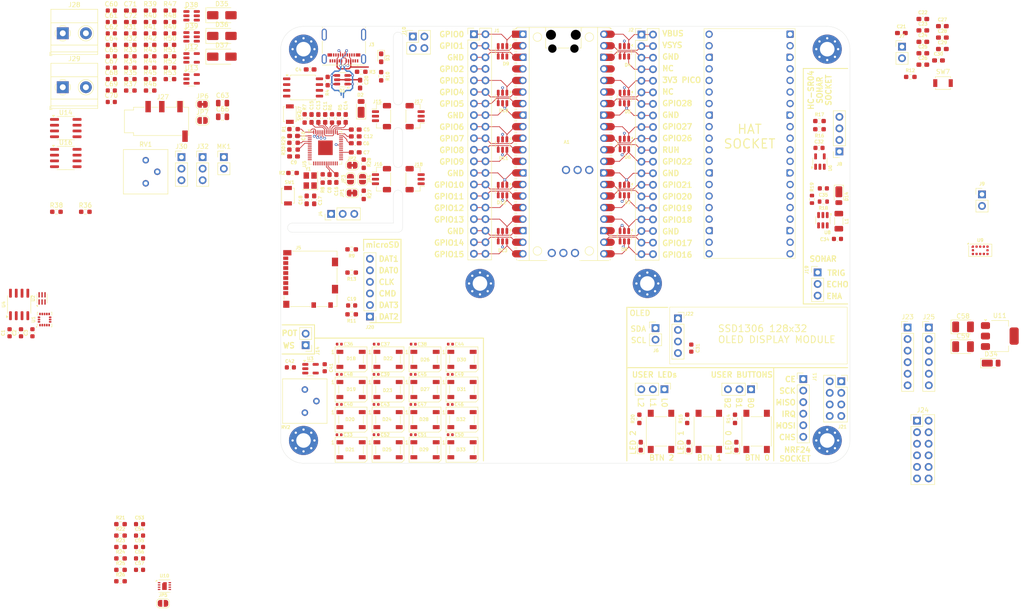
<source format=kicad_pcb>
(kicad_pcb (version 20240108) (generator "pcbnew") (generator_version "8.0")
  (layers (0 "F.Cu" signal) (31 "B.Cu" signal) (34 "B.Paste" user) (35 "F.Paste" user) (36 "B.SilkS" user "B.Silkscreen") (37 "F.SilkS" user "F.Silkscreen") (38 "B.Mask" user) (39 "F.Mask" user) (44 "Edge.Cuts" user))
  (net 0 "")
  (net 3 "/GPIO12")
  (net 4 "/GPIO17")
  (net 5 "/GPIO18")
  (net 6 "/GPIO10")
  (net 7 "/GPIO7")
  (net 8 "/GPIO14")
  (net 9 "/GPIO22")
  (net 10 "/GPIO2")
  (net 11 "/GPIO11")
  (net 12 "/GPIO21")
  (net 13 "/GPIO1")
  (net 14 "/GPIO15")
  (net 15 "/GPIO19")
  (net 16 "/GPIO16")
  (net 17 "/GPIO9")
  (net 18 "/GPIO3")
  (net 19 "/GPIO0")
  (net 20 "/GPIO5")
  (net 21 "/GPIO8")
  (net 22 "/GPIO6")
  (net 23 "/GPIO4")
  (net 24 "/GPIO13")
  (net 25 "/GPIO20")
  (net 26 "GND")
  (net 27 "/RUN")
  (net 28 "/GPIO26")
  (net 29 "VBUS")
  (net 30 "/GPIO28")
  (net 31 "VSYS")
  (net 32 "+3.3V")
  (net 34 "/GPIO27")
  (net 36 "/SWCLK")
  (net 37 "/SWDIO")
  (net 40 "+3V3")
  (net 45 "/peripheral/SDA")
  (net 46 "/peripheral/SCL")
  (net 50 "Net-(U5-VREG_VOUT)")
  (net 51 "Net-(C17-Pad1)")
  (net 52 "Net-(U5-XIN)")
  (net 53 "Net-(D1-TVS1)")
  (net 54 "Net-(D1-TVS3)")
  (net 55 "Net-(D2-A)")
  (net 56 "Net-(D3-A)")
  (net 57 "Net-(J3-CC2)")
  (net 58 "Net-(J3-CC1)")
  (net 69 "Net-(J4-Pin_1)")
  (net 70 "Net-(J4-Pin_3)")
  (net 71 "Net-(JP1-A)")
  (net 72 "/prog/TARGET_TX")
  (net 73 "Net-(JP2-A)")
  (net 74 "/prog/TARGET_RX")
  (net 75 "/prog/QSPI_CS")
  (net 76 "Net-(R2-Pad2)")
  (net 77 "/prog/USB_DM")
  (net 78 "/prog/USB_DP")
  (net 79 "Net-(U5-RUN)")
  (net 80 "Net-(U5-XOUT)")
  (net 81 "Net-(U5-GPIO25)")
  (net 84 "/prog/QSPI_D0")
  (net 94 "/prog/QSPI_SCK")
  (net 103 "/prog/QSPI_D1")
  (net 107 "/prog/QSPI_D3")
  (net 110 "/prog/QSPI_D2")
  (net 114 "unconnected-(D4-TVS4-Pad6)")
  (net 115 "unconnected-(D5-TVS2-Pad3)")
  (net 116 "/peripheral/OLED_SCL")
  (net 117 "/peripheral/OLED_SDA")
  (net 118 "+5V")
  (net 119 "Net-(D14-A)")
  (net 120 "/peripheral/TRIG_RAW")
  (net 121 "/peripheral/ECHO_RAW")
  (net 122 "/peripheral/SONAR_ECHO")
  (net 123 "/peripheral/SON_EN")
  (net 124 "/peripheral/SONAR_TRIG")
  (net 125 "Net-(U8-FB)")
  (net 128 "Net-(A1-RUN)")
  (net 129 "Net-(J14-Pin_2)")
  (net 130 "Net-(D15-A)")
  (net 131 "Net-(D16-A)")
  (net 132 "Net-(D17-A)")
  (net 133 "Net-(D18-DOUT)")
  (net 134 "Net-(D18-DIN)")
  (net 135 "Net-(D19-DOUT)")
  (net 136 "Net-(D20-DOUT)")
  (net 137 "Net-(D21-DOUT)")
  (net 138 "Net-(D22-DOUT)")
  (net 139 "Net-(D23-DOUT)")
  (net 140 "Net-(D24-DOUT)")
  (net 141 "Net-(D25-DOUT)")
  (net 142 "Net-(D26-DOUT)")
  (net 143 "Net-(D27-DIN)")
  (net 144 "Net-(D27-DOUT)")
  (net 145 "Net-(D28-DOUT)")
  (net 146 "Net-(D29-DOUT)")
  (net 147 "Net-(D30-DOUT)")
  (net 148 "Net-(D31-DOUT)")
  (net 150 "/peripheral/NRF_MISO")
  (net 151 "/peripheral/NRF_MOSI")
  (net 152 "/peripheral/NRF_CE")
  (net 153 "/peripheral/NRF_SCK")
  (net 154 "/peripheral/NRF_IRQ")
  (net 155 "/peripheral/NRF_CNS")
  (net 156 "Net-(J12-Pin_2)")
  (net 157 "Net-(J12-Pin_3)")
  (net 158 "Net-(J12-Pin_1)")
  (net 159 "Net-(J13-Pin_1)")
  (net 160 "Net-(J13-Pin_2)")
  (net 161 "Net-(J13-Pin_3)")
  (net 162 "Net-(J14-Pin_1)")
  (net 164 "Net-(J20-Pin_1)")
  (net 165 "Net-(J20-Pin_6)")
  (net 166 "Net-(J20-Pin_4)")
  (net 167 "Net-(J20-Pin_2)")
  (net 168 "Net-(J20-Pin_3)")
  (net 169 "Net-(J20-Pin_5)")
  (net 170 "Net-(J7-Pin_1)")
  (net 171 "Net-(J7-Pin_2)")
  (net 172 "Net-(JP1-B)")
  (net 173 "Net-(JP2-B)")
  (net 174 "Net-(JP5-B)")
  (net 175 "Net-(U5-GPIO2)")
  (net 176 "Net-(U5-GPIO3)")
  (net 182 "/peripheral2/PWM_RR")
  (net 183 "/peripheral2/PWM_LL")
  (net 184 "/peripheral2/PWM_AUDIO_R")
  (net 185 "/peripheral2/PWM_AUDIO_L")
  (net 186 "Net-(C67-Pad2)")
  (net 187 "Net-(MK1-+)")
  (net 188 "Net-(C68-Pad1)")
  (net 189 "Net-(U16A--)")
  (net 190 "Net-(C70-Pad1)")
  (net 191 "Net-(U16B--)")
  (net 192 "/peripheral2/A")
  (net 193 "/peripheral2/B")
  (net 194 "/peripheral2/CH_RIGHT")
  (net 195 "Net-(D38-TVS1)")
  (net 197 "/peripheral2/CH_LEFT")
  (net 199 "Net-(D39-TVS3)")
  (net 200 "Net-(D39-TVS1)")
  (net 201 "Net-(D39-TVS2)")
  (net 202 "Net-(JP7-B)")
  (net 203 "Net-(JP6-B)")
  (net 204 "Net-(R31-Pad2)")
  (net 205 "Net-(R37-Pad2)")
  (net 206 "Net-(U16A-+)")
  (net 207 "Net-(R49-Pad1)")
  (footprint "Capacitor_SMD:C_0603_1608Metric" (layer "F.Cu") (at 57.99 168.92)
    (property "Reference" "C56")
    (property "Value" "10u 10V")
  )
  (footprint "Capacitor_SMD:C_0603_1608Metric_Pad1.08x0.95mm_HandSolder" (layer "F.Cu") (at 233.4375 59.48)
    (property "Reference" "C30")
    (property "Value" "100n 50V")
  )
  (footprint "Diode_SMD:D_PowerDI-123" (layer "F.Cu") (at 245 126)
    (property "Reference" "D34")
    (property "Value" "1A, 30V")
  )
  (footprint "Package_TO_SOT_SMD:SOT-23-6" (layer "F.Cu") (at 164.455 67.725 -90)
    (property "Reference" "D5")
    (property "Value" "ESDA6V1BC6")
  )
  (footprint "Capacitor_SMD:C_0603_1608Metric" (layer "F.Cu") (at 51.79 51.035)
    (property "Reference" "C61")
    (property "Value" "100n 50V")
  )
  (footprint "Connector_JST:JST_SH_BM03B-SRSS-TB_1x03-1MP_P1.00mm_Vertical" (layer "F.Cu") (at 111.12 85.575 -90)
    (property "Reference" "J16")
    (property "Value" "dbg")
  )
  (footprint "Connector_JST:JST_SH_BM03B-SRSS-TB_1x03-1MP_P1.00mm_Vertical" (layer "F.Cu") (at 118.5 71.725 90)
    (property "Reference" "J17")
    (property "Value" "dbg")
  )
  (footprint "Resistor_SMD:R_0603_1608Metric_Pad0.98x0.95mm_HandSolder" (layer "F.Cu") (at 111.05 62.95 -90)
    (property "Reference" "R10")
    (property "Value" "5k1 1%")
  )
  (footprint "Package_DFN_QFN:QFN-56-1EP_7x7mm_P0.4mm_EP3.2x3.2mm" (layer "F.Cu") (at 98.8075 78.675)
    (property "Reference" "U5")
    (property "Value" "RP2040")
  )
  (footprint "Capacitor_SMD:C_0402_1005Metric" (layer "F.Cu") (at 101.815 141.745)
    (property "Reference" "C33")
    (property "Value" "100n 50V")
  )
  (footprint "LED_SMD:LED_WS2812B_PLCC4_5.0x5.0mm_P3.2mm" (layer "F.Cu") (at 120.68 125.18)
    (property "Reference" "D26")
    (property "Value" "WS2812B")
  )
  (footprint "Capacitor_SMD:C_0402_1005Metric" (layer "F.Cu") (at 126.2 135.08)
    (property "Reference" "C46")
    (property "Value" "100n 50V")
  )
  (footprint "Connector_PinHeader_2.54mm:PinHeader_1x06_P2.54mm_Vertical" (layer "F.Cu") (at 231.31 118.18)
    (property "Reference" "J25")
    (property "Value" "5V")
  )
  (footprint "Capacitor_SMD:C_0603_1608Metric" (layer "F.Cu") (at 91.11 126.94)
    (property "Reference" "C42")
    (property "Value" "100n 50V")
  )
  (footprint "Package_TO_SOT_SMD:SOT-223-3_TabPin2" (layer "F.Cu") (at 246.9 120.055)
    (property "Reference" "U11")
    (property "Value" "AMS1117-3.3")
  )
  (footprint "Button_Switch_SMD:SW_Push_1P1T_NO_6x6mm_H9.5mm" (layer "F.Cu") (at 193.5 141 90)
    (property "Reference" "SW5" (hide yes))
    (property "Value" "BTN0")
  )
  (footprint "Resistor_SMD:R_0603_1608Metric_Pad0.98x0.95mm_HandSolder" (layer "F.Cu") (at 207.3 74.6 180)
    (property "Reference" "R16")
    (property "Value" "5k1 1%")
  )
  (footprint "Capacitor_SMD:C_0603_1608Metric_Pad1.08x0.95mm_HandSolder" (layer "F.Cu") (at 230 52.88)
    (property "Reference" "C23")
    (property "Value" "100n 50V")
  )
  (footprint "Connector_PinHeader_2.54mm:PinHeader_1x03_P2.54mm_Vertical" (layer "F.Cu") (at 206.9 106.075)
    (property "Reference" "J19")
    (property "Value" "SONAR")
  )
  (footprint "Resistor_SMD:R_0603_1608Metric_Pad0.98x0.95mm_HandSolder" (layer "F.Cu") (at 53.81 166.41)
    (property "Reference" "R23")
    (property "Value" "10k 1%")
  )
  (footprint "Resistor_SMD:R_0603_1608Metric_Pad0.98x0.95mm_HandSolder" (layer "F.Cu") (at 107.22 82.175 90)
    (property "Reference" "R28")
    (property "Value" "100R 1%")
  )
  (footprint "Capacitor_SMD:C_0402_1005Metric" (layer "F.Cu") (at 118.1 141.73)
    (property "Reference" "C51")
    (property "Value" "100n 50V")
  )
  (footprint "Button_Switch_SMD:SW_Push_1P1T_NO_6x6mm_H9.5mm" (layer "F.Cu") (at 172.5 141 90)
    (property "Reference" "SW6" (hide yes))
    (property "Value" "BTN2")
  )
  (footprint "Resistor_SMD:R_0603_1608Metric_Pad0.98x0.95mm_HandSolder" (layer "F.Cu") (at 178.25 138.25 90)
    (property "Reference" "R15")
    (property "Value" "5k1 1%")
  )
  (footprint "Capacitor_SMD:C_0603_1608Metric" (layer "F.Cu") (at 179.15 122.7 -90)
    (property "Reference" "C31")
    (property "Value" "10u 10V")
  )
  (footprint "Jumper:SolderJumper-2_P1.3mm_Open_RoundedPad1.0x1.5mm" (layer "F.Cu") (at 106.9575 85.575 -90)
    (property "Reference" "JP4")
    (property "Value" "NO")
  )
  (footprint "Jumper:SolderJumper-2_P1.3mm_Open_RoundedPad1.0x1.5mm" (layer "F.Cu") (at 104.3075 85.575 90)
    (property "Reference" "JP3")
    (property "Value" "NO")
  )
  (footprint "MountingHole:MountingHole_3.2mm_M3_Pad_Via" (layer "F.Cu") (at 132.75 108.5)
    (property "Reference" "H7" (hide yes))
    (property "Value" "Hole")
  )
  (footprint "Resistor_SMD:R_0603_1608Metric" (layer "F.Cu") (at 208.15 90.5 180)
    (property "Reference" "R18")
    (property "Value" "110k 1%")
  )
  (footprint "Connector_Card:microSD_HC_Molex_104031-0811" (layer "F.Cu") (at 95.54 107.5 90)
    (property "Reference" "J5")
    (property "Value" "Micro_SD_Card")
  )
  (footprint "Capacitor_SMD:C_0603_1608Metric" (layer "F.Cu") (at 51.79 66.095)
    (property "Reference" "C69")
    (property "Value" "100n 50V")
  )
  (footprint "Resistor_SMD:R_0603_1608Metric_Pad0.98x0.95mm_HandSolder" (layer "F.Cu") (at 60.32 53.545)
    (property "Reference" "R41")
    (property "Value" "120R 1%")
  )
  (footprint "Capacitor_SMD:C_0402_1005Metric" (layer "F.Cu") (at 101.85 135.08)
    (property "Reference" "C40")
    (property "Value" "100n 50V")
  )
  (footprint "Resistor_SMD:R_0603_1608Metric_Pad0.98x0.95mm_HandSolder" (layer "F.Cu") (at 101.7575 72.225 90)
    (property "Reference" "R5")
    (property "Value" "27R 1%")
  )
  (footprint "Package_LGA:LGA-16_3x3mm_P0.5mm_LayoutBorder3x5y" (layer "F.Cu") (at 37.135 116.4275 90)
    (property "Reference" "U1")
    (property "Value" "LIS3DH")
  )
  (footprint "Connector_PinSocket_2.54mm:PinSocket_1x04_P2.54mm_Vertical" (layer "F.Cu") (at 211.675 79.5 180)
    (property "Reference" "J8")
    (property "Value" "HC-SR04")
  )
  (footprint "Diode_SMD:D_SMA" (layer "F.Cu") (at 76.065 58.645)
    (property "Reference" "D37")
    (property "Value" "SMAJ12CA")
  )
  (footprint "Capacitor_SMD:C_0603_1608Metric_Pad1.08x0.95mm_HandSolder" (layer "F.Cu") (at 230 50.37)
    (property "Reference" "C22")
    (property "Value" "100n 50V")
  )
  (footprint "Capacitor_SMD:C_0402_1005Metric" (layer "F.Cu") (at 109.95 135.08)
    (property "Reference" "C43")
    (property "Value" "100n 50V")
  )
  (footprint "MountingHole:MountingHole_2.1mm" (layer "F.Cu") (at 114.75 52.6)
    (property "Reference" "H6" (hide yes))
    (property "Value" "MB template")
  )
  (footprint "Resistor_SMD:R_0603_1608Metric_Pad0.98x0.95mm_HandSolder" (layer "F.Cu") (at 98.2075 85.425 -90)
    (property "Reference" "R8")
    (property "Value" "1k 1%")
  )
  (footprint "Capacitor_SMD:C_0805_2012Metric" (layer "F.Cu") (at 76.22 68.855)
    (property "Reference" "C63")
    (property "Value" "47u 6V3")
  )
  (footprint "Capacitor_SMD:C_0603_1608Metric" (layer "F.Cu") (at 57.99 166.41)
    (property "Reference" "C55")
    (property "Value" "100n 50V")
  )
  (footprint "Capacitor_SMD:C_0805_2012Metric" (layer "F.Cu") (at 76.22 71.865)
    (property "Reference" "C66")
    (property "Value" "47u 6V3")
  )
  (footprint "Capacitor_SMD:C_0603_1608Metric_Pad1.08x0.95mm_HandSolder" (layer "F.Cu") (at 106.42 64.675 -90)
    (property "Reference" "C20")
    (property "Value" "100n 50V")
  )
  (footprint "Capacitor_SMD:C_0603_1608Metric" (layer "F.Cu") (at 57.99 171.43)
    (property "Reference" "C57")
    (property "Value" "100n 50V")
  )
  (footprint "Resistor_SMD:R_0603_1608Metric_Pad0.98x0.95mm_HandSolder" (layer "F.Cu") (at 64.67 48.525)
    (property "Reference" "R47")
    (property "Value" "10k 1%")
  )
  (footprint "Package_TO_SOT_SMD:SOT-23-6" (layer "F.Cu") (at 137.705 67.725 -90)
    (property "Reference" "D10")
    (property "Value" "ESDA6V1BC6")
  )
  (footprint "MountingHole:MountingHole_3.2mm_M3_Pad_Via" (layer "F.Cu") (at 169.5 108.5)
    (property "Reference" "H4" (hide yes))
    (property "Value" "Hole")
  )
  (footprint "MountingHole:MountingHole_3.2mm_M3_Pad_Via" (layer "F.Cu") (at 94 143)
    (property "Reference" "H5" (hide yes))
    (property "Value" "Hole")
  )
  (footprint "Jumper:SolderJumper-2_P1.3mm_Open_RoundedPad1.0x1.5mm" (layer "F.Cu") (at 63.145 178.8)
    (property "Reference" "JP5")
    (property "Value" "NO")
  )
  (footprint "Button_Switch_SMD:SW_SPST_B3U-1000P" (layer "F.Cu") (at 90.59 89.205 90)
    (property "Reference" "SW1")
    (property "Value" "BOOTSEL")
  )
  (footprint "Capacitor_SMD:C_0603_1608Metric_Pad1.08x0.95mm_HandSolder" (layer "F.Cu") (at 103.2575 72.225 90)
    (property "Reference" "C14")
    (property "Value" "1u 50V")
  )
  (footprint "Connector_PinHeader_2.54mm:PinHeader_1x03_P2.54mm_Vertical" (layer "F.Cu") (at 100.065 93.205 90)
    (property "Reference" "J4")
    (property "Value" "probe_debug")
  )
  (footprint "Capacitor_SMD:C_0603_1608Metric" (layer "F.Cu") (at 51.79 48.525)
    (property "Reference" "C60")
    (property "Value" "100n 50V")
  )
  (footprint "Resistor_SMD:R_0603_1608Metric_Pad0.98x0.95mm_HandSolder" (layer "F.Cu") (at 167.75 138.25 90)
    (property "Reference" "R20")
    (property "Value" "5k1 1%")
  )
  (footprint "Capacitor_SMD:C_0603_1608Metric_Pad1.08x0.95mm_HandSolder" (layer "F.Cu") (at 91.8075 76.075 180)
    (property "Reference" "C10")
    (property "Value" "100n 50V")
  )
  (footprint "Resistor_SMD:R_0603_1608Metric_Pad0.98x0.95mm_HandSolder" (layer "F.Cu") (at 91.8075 74.575 180)
    (property "Reference" "R1")
    (property "Value" "10k 1%")
  )
  (footprint "Jumper:SolderJumper-2_P1.3mm_Bridged_RoundedPad1.0x1.5mm" (layer "F.Cu") (at 71.82 69.125)
    (property "Reference" "JP6")
    (property "Value" "NC")
  )
  (footprint "Resistor_SMD:R_0603_1608Metric_Pad0.98x0.95mm_HandSolder" (layer "F.Cu") (at 46.09 92.745)
    (property "Reference" "R36")
    (property "Value" "10k 1%")
  )
  (footprint "Resistor_SMD:R_0603_1608Metric_Pad0.98x0.95mm_HandSolder" (layer "F.Cu") (at 53.81 171.43)
    (property "Reference" "R25")
    (property "Value" "2k2 1%")
  )
  (footprint "MountingHole:MountingHole_3.2mm_M3_Pad_Via" (layer "F.Cu") (at 94 57)
    (property "Reference" "H3" (hide yes))
    (property "Value" "Hole")
  )
  (footprint "LED_SMD:LED_WS2812B_PLCC4_5.0x5.0mm_P3.2mm" (layer "F.Cu") (at 112.56 145.04)
    (property "Reference" "D25")
    (property "Value" "WS2812B")
  )
  (footprint "Capacitor_SMD:C_0603_1608Metric" (layer "F.Cu") (at 51.79 68.605)
    (property "Reference" "C70")
    (property "Value" "1n 50V")
  )
  (footprint "Package_TO_SOT_SMD:SOT-23-6" (layer "F.Cu") (at 164.455 57.475 -90)
    (property "Reference" "D4")
    (property "Value" "ESDA6V1BC6")
  )
  (footprint "Capacitor_SMD:C_0402_1005Metric" (layer "F.Cu") (at 126.22 141.73)
    (property "Reference" "C50")
    (property "Value" "100n 50V")
  )
  (footprint "LED_SMD:LED_WS2812B_PLCC4_5.0x5.0mm_P3.2mm" (layer "F.Cu") (at 112.56 138.42)
    (property "Reference" "D24")
    (property "Value" "WS2812B")
  )
  (footprint "Connector_PinSocket_2.54mm:PinSocket_2x04_P2.54mm_Vertical" (layer "F.Cu") (at 212.09 130)
    (property "Reference" "J21")
    (property "Value" "NRF_24_socket")
  )
  (footprint "Connector_PinHeader_2.54mm:PinHeader_1x06_P2.54mm_Vertical" (layer "F.Cu") (at 203.742857 129.5)
    (property "Reference" "J11")
    (property "Value" "NRF")
  )
  (footprint "Package_SO:SOIC-8_3.9x4.9mm_P1.27mm" (layer "F.Cu") (at 31.55 113.105 90)
    (property "Reference" "U4")
    (property "Value" "M24256-BR")
  )
  (footprint "LED_SMD:LED_WS2812B_PLCC4_5.0x5.0mm_P3.2mm" (layer "F.Cu") (at 112.56 131.8)
    (property "Reference" "D23")
    (property "Value" "WS2812B")
  )
  (footprint "LED_SMD:LED_WS2812B_PLCC4_5.0x5.0mm_P3.2mm" (layer "F.Cu") (at 104.44 145.04)
    (property "Reference" "D21")
    (property "Value" "WS2812B")
  )
  (footprint "LED_SMD:LED_WS2812B_PLCC4_5.0x5.0mm_P3.2mm" (layer "F.Cu") (at 128.8 138.42)
    (property "Reference" "D32")
    (property "Value" "WS2812B")
  )
  (footprint "Resistor_SMD:R_0603_1608Metric_Pad0.98x0.95mm_HandSolder" (layer "F.Cu") (at 104.57 106.1 180)
    (property "Reference" "R13")
    (property "Value" "DNP")
  )
  (footprint "Package_TO_SOT_SMD:SOT-23-6" (layer "F.Cu") (at 137.705 57.475 -90)
    (property "Reference" "D9")
    (property "Value" "ESDA6V1BC6")
  )
  (footprint "Resistor_SMD:R_0603_1608Metric_Pad0.98x0.95mm_HandSolder" (layer "F.Cu") (at 55.97 61.075)
    (property "Reference" "R34")
    (property "Value" "1k8 1%")
  )
  (footprint "Capacitor_SMD:C_0402_1005Metric" (layer "F.Cu") (at 101.85 121.83)
    (property "Reference" "C36")
    (property "Value" "100n 50V")
  )
  (footprint "Button_Switch_SMD:SW_SPST_B3U-1000P" (layer "F.Cu") (at 90.995 71.275 90)
    (property "Reference" "SW2")
    (property "Value" "RUN")
  )
  (footprint "Connector_PinHeader_2.54mm:PinHeader_1x02_P2.54mm_Vertical" (layer "F.Cu") (at 171.3 118.3)
    (property "Reference" "J6")
    (property "Value" "OLED I2C")
  )
  (footprint "Resistor_SMD:R_0603_1608Metric_Pad0.98x0.95mm_HandSolder" (layer "F.Cu") (at 94.245 72.225 -90)
    (property "Reference" "R7")
    (property "Value" "10k 1%")
  )
  (footprint "Package_TO_SOT_SMD:SOT-23-6" (layer "F.Cu") (at 69.42 54.295)
    (property "Reference" "D39")
    (property "Value" "ESDA6V1BC6")
  )
  (footprint "Resistor_SMD:R_0603_1608Metric_Pad0.98x0.95mm_HandSolder" (layer "F.Cu") (at 91.8075 79.075)
    (property "Reference" "R30")
    (property "Value" "100R 1%")
  )
  (footprint "Capacitor_SMD:C_0402_1005Metric" (layer "F.Cu") (at 109.95 128.48)
    (property "Reference" "C39")
    (property "Value" "100n 50V")
  )
  (footprint "Connector_PinHeader_2.54mm:PinHeader_2x02_P2.54mm_Vertical" (layer "F.Cu") (at 118 54.225)
    (property "Reference" "J10")
    (property "Value" "UART_SEPARATOR")
  )
  (footprint "Package_TO_SOT_SMD:SOT-23-6" (layer "F.Cu") (at 137.705 77.975 -90)
    (property "Reference" "D11")
    (property "Value" "ESDA6V1BC6")
  )
  (footprint "MountingHole:MountingHole_2.1mm" (layer "F.Cu") (at 89.75 96.3 180)
    (property "Reference" "H6" (hide yes))
    (property "Value" "MB template")
  )
  (footprint "LED_SMD:LED_WS2812B_PLCC4_5.0x5.0mm_P3.2mm" (layer "F.Cu") (at 120.68 138.42)
    (property "Reference" "D28")
    (property "Value" "WS2812B")
  )
  (footprint "LED_SMD:LED_WS2812B_PLCC4_5.0x5.0mm_P3.2mm" (layer "F.Cu") (at 104.44 138.42)
    (property "Reference" "D20")
    (property "Value" "WS2812B")
  )
  (footprint "Capacitor_SMD:C_0603_1608Metric_Pad1.08x0.95mm_HandSolder" (layer "F.Cu") (at 105.3575 77.675)
    (property "Reference" "C6")
    (property "Value" "100n 50V")
  )
  (footprint "Connector_PinHeader_2.54mm:PinHeader_1x03_P2.54mm_Vertical" (layer "F.Cu") (at 71.85 80.725)
    (property "Reference" "J32")
    (property "Value" "AUDIO")
  )
  (footprint "Diode_SMD:D_SMA" (layer "F.Cu") (at 76.065 49.545)
    (property "Reference" "D35")
    (property "Value" "SMAJ12CA")
  )
  (footprint "Capacitor_SMD:C_0603_1608Metric" (layer "F.Cu") (at 57.99 161.39)
    (property "Reference" "C53")
    (property "Value" "100n 50V")
  )
  (footprint "MountingHole:MountingHole_3.2mm_M3_Pad_Via" (layer "F.Cu") (at 209 57)
    (property "Reference" "H1" (hide yes))
    (property "Value" "Hole")
  )
  (footprint "Resistor_SMD:R_0603_1608Metric_Pad0.98x0.95mm_HandSolder" (layer "F.Cu") (at 60.32 61.075)
    (property "Reference" "R44")
    (property "Value" "10k 1%")
  )
  (footprint "Resistor_SMD:R_0603_1608Metric" (layer "F.Cu") (at 205.65 90 90)
    (property "Reference" "R19")
    (property "Value" "15k 1%")
  )
  (footprint "Capacitor_SMD:C_0603_1608Metric_Pad1.08x0.95mm_HandSolder" (layer "F.Cu") (at 96.345 90.125 -90)
    (property "Reference" "C17")
    (property "Value" "22p 50V")
  )
  (footprint "Resistor_SMD:R_0603_1608Metric_Pad0.98x0.95mm_HandSolder" (layer "F.Cu") (at 188.75 138.25 90)
    (property "Reference" "R14")
    (property "Value" "5k1 1%")
  )
  (footprint "OptoDevice:Broadcom_DFN-6_2x2mm_P0.65mm" (layer "F.Cu") (at 36.585 111.7775 90)
    (property "Reference" "U2")
    (property "Value" "APDS-9306-065")
  )
  (footprint "Package_TO_SOT_SMD:SOT-23-5" (layer "F.Cu") (at 207.4 81.7 90)
    (property "Reference" "U6")
    (property "Value" "SN74LVC1G14DBV")
  )
  (footprint "Resistor_SMD:R_0603_1608Metric_Pad0.98x0.95mm_HandSolder" (layer "F.Cu") (at 60.32 56.055)
    (property "Reference" "R42")
    (property "Value" "120R 1%")
  )
  (footprint "Capacitor_SMD:C_0603_1608Metric_Pad1.08x0.95mm_HandSolder" (layer "F.Cu") (at 230 60.41)
    (property "Reference" "C26")
    (property "Value" "100n 50V")
  )
  (footprint "Resistor_SMD:R_0603_1608Metric_Pad0.98x0.95mm_HandSolder" (layer "F.Cu") (at 60.32 66.095)
    (property "Reference" "R46")
    (property "Value" "10k 1%")
  )
  (footprint "Capacitor_SMD:C_0603_1608Metric" (layer "F.Cu") (at 104.57 113.33)
    (property "Reference" "C19")
    (property "Value" "10u 10V")
  )
  (footprint "Connector_PinHeader_2.54mm:PinHeader_1x02_P2.54mm_Vertical" (layer "F.Cu") (at 242.99 88.92)
    (property "Reference" "J9")
    (property "Value" "I2C")
  )
  (footprint "Package_TO_SOT_SMD:SOT-23-5" (layer "F.Cu") (at 95.53 127.2275)
    (property "Reference" "U3")
    (property "Value" "SN74LVC1G14DBV")
  )
  (footprint "Package_TO_SOT_SMD:SOT-23-6" (layer "F.Cu") (at 164.455 87.975 -90)
    (property "Reference" "D7")
    (property "Value" "ESDA6V1BC6")
  )
  (footprint "LED_SMD:LED_0603_1608Metric_Pad1.05x0.95mm_HandSolder" (layer "F.Cu") (at 168.05 144.25 90)
    (property "Reference" "D17" (hide yes))
    (property "Value" "LED R")
  )
  (footprint "Resistor_SMD:R_0603_1608Metric_Pad0.98x0.95mm_HandSolder" (layer "F.Cu") (at 60.32 58.565)
    (property "Reference" "R43")
    (property "Value" "10k 1%")
  )
  (footprint "Capacitor_SMD:C_0402_1005Metric" (layer "F.Cu") (at 109.95 141.73)
    (property "Reference" "C52")
    (property "Value" "100n 50V")
  )
  (footprint "LED_SMD:LED_WS2812B_PLCC4_5.0x5.0mm_P3.2mm" (layer "F.Cu") (at 112.56 125.18)
    (property "Reference" "D22")
    (property "Value" "WS2812B")
  )
  (footprint "Resistor_SMD:R_0603_1608Metric_Pad0.98x0.95mm_HandSolder" (layer "F.Cu") (at 64.67 51.035)
    (property "Reference" "R48")
    (property "Value" "2k2 1%")
  )
  (footprint "Connector_PinHeader_2.54mm:PinHeader_2x06_P2.54mm_Vertical" (layer "F.Cu") (at 228.725 138.65)
    (property "Reference" "J24")
    (property "Value" "GND")
  )
  (footprint "Capacitor_Tantalum_SMD:CP_EIA-3528-21_Kemet-B_Pad1.50x2.35mm_HandSolder" (layer "F.Cu") (at 238.83 122.38)
    (property "Reference" "C59")
    (property "Value" "100u 6V3 Tantal")
  )
  (footprint "LED_SMD:LED_WS2812B_PLCC4_5.0x5.0mm_P3.2mm" (layer "F.Cu") (at 128.8 131.8)
    (property "Reference" "D31")
    (property "Value" "WS2812B")
  )
  (footprint "LED_SMD:LED_WS2812B_PLCC4_5.0x5.0mm_P3.2mm" (layer "F.Cu") (at 104.44 131.8)
    (property "Reference" "D19")
    (property "Value" "WS2812B")
  )
  (footprint "MountingHole:MountingHole_2.1mm" (layer "F.Cu") (at 114.75 73.95)
    (property "Reference" "H6" (hide yes))
    (property "Value" "MB template")
  )
  (footprint "Package_TO_SOT_SMD:SOT-23-6" (layer "F.Cu") (at 137.705 98.1125 -90)
    (property "Reference" "D13")
    (property "Value" "ESDA6V1BC6")
  )
  (footprint "LED_SMD:LED_WS2812B_PLCC4_5.0x5.0mm_P3.2mm" (layer "F.Cu") (at 128.8 125.18)
    (property "Reference" "D30")
    (property "Value" "WS2812B")
  )
  (footprint "Resistor_SMD:R_0603_1608Metric_Pad0.98x0.95mm_HandSolder" (layer "F.Cu") (at 227.25 63.1)
    (property "Reference" "R12")
    (property "Value" "10k 1%")
  )
  (footprint "Resistor_SMD:R_0603_1608Metric_Pad0.98x0.95mm_HandSolder" (layer "F.Cu") (at 106.67 61.975 180)
    (property "Reference" "R3")
    (property "Value" "5k1 1%")
  )
  (footprint "MountingHole:MountingHole_2.1mm" (layer "F.Cu") (at 114.75 70.65)
    (property "Reference" "H6" (hide yes))
    (property "Value" "MB template")
  )
  (footprint "Resistor_SMD:R_0603_1608Metric_Pad0.98x0.95mm_HandSolder" (layer "F.Cu") (at 60.32 51.035)
    (property "Reference" "R40")
    (property "Value" "4k7 1%")
  )
  (footprint "Capacitor_SMD:C_0402_1005Metric" (layer "F.Cu") (at 118.05 135.08)
    (property "Reference" "C47")
    (property "Value" "100n 50V")
  )
  (footprint "Capacitor_Tantalum_SMD:CP_EIA-3528-21_Kemet-B_Pad1.50x2.35mm_HandSolder" (layer "F.Cu") (at 238.83 118.03)
    (property "Reference" "C58")
    (property "Value" "100u 6V3 Tantal")
  )
  (footprint "Jumper:SolderJumper-2_P1.3mm_Bridged_RoundedPad1.0x1.5mm" (layer "F.Cu") (at 104.6575 88.625)
    (property "Reference" "JP1")
    (property "Value" "NC")
  )
  (footprint "Connector_PinHeader_2.54mm:PinHeader_1x02_P2.54mm_Vertical" (layer "F.Cu") (at 225.425 56.455)
    (property "Reference" "J7")
    (property "Value" "VL53_PINS")
  )
  (footprint "Package_SO:SOIC-8_3.9x4.9mm_P1.27mm" (layer "F.Cu") (at 41.79 74.345)
    (property "Reference" "U14")
    (property "Value" "MAX485E")
  )
  (footprint "Capacitor_SMD:C_0603_1608Metric_Pad1.08x0.95mm_HandSolder" (layer "F.Cu") (at 97.2575 72.225 90)
    (property "Reference" "C13")
    (property "Value" "100n 50V")
  )
  (footprint "MountingHole:MountingHole_3.2mm_M3_Pad_Via" (layer "F.Cu") (at 209 143)
    (property "Reference" "H2" (hide yes))
    (property "Value" "Hole")
  )
  (footprint "Capacitor_SMD:C_0603_1608Metric_Pad1.08x0.95mm_HandSolder" (layer "F.Cu") (at 55.97 51.035)
    (property "Reference" "C72")
    (property "Value" "100n 50V")
  )
  (footprint "Resistor_SMD:R_0603_1608Metric_Pad0.98x0.95mm_HandSolder" (layer "F.Cu") (at 53.81 163.9)
    (property "Reference" "R22")
    (property "Value" "2k2 1%")
  )
  (footprint "Package_TO_SOT_SMD:SOT-23-6" (layer "F.Cu") (at 164.455 77.8375 -90)
    (property "Reference" "D6")
    (property "Value" "ESDA6V1BC6")
  )
  (footprint "MountingHole:MountingHole_2.1mm" (layer "F.Cu") (at 114.75 72.85)
    (property "Reference" "H6" (hide yes))
    (property "Value" "MB template")
  )
  (footprint "Capacitor_SMD:C_0603_1608Metric" (layer "F.Cu") (at 51.79 53.545)
    (property "Reference" "C62")
    (property "Value" "100n 50V")
  )
  (footprint "Resistor_SMD:R_0603_1608Metric_Pad0.98x0.95mm_HandSolder" (layer "F.Cu") (at 100.2575 72.225 90)
    (property "Reference" "R6")
    (property "Value" "27R 1%")
  )
  (footprint "Capacitor_SMD:C_0603_1608Metric_Pad1.08x0.95mm_HandSolder" (layer "F.Cu") (at 91.8075 80.575 180)
    (property "Reference" "C9")
    (property "Value" "100n 50V")
  )
  (footprint "Resistor_SMD:R_0603_1608Metric_Pad0.98x0.95mm_HandSolder" (layer "F.Cu") (at 64.67 53.545)
    (property "Reference" "R49")
    (property "Value" "10k 1%")
  )
  (footprint "Resistor_SMD:R_0603_1608Metric_Pad0.98x0.95mm_HandSolder" (layer "F.Cu") (at 99.3 64.0125 90)
    (property "Reference" "R4")
    (property "Value" "5k1 1%")
  )
  (footprint "Capacitor_SMD:C_0402_1005Metric" (layer "F.Cu") (at 118.07 128.48)
    (property "Reference" "C45")
    (property "Value" "100n 50V")
  )
  (footprint "Package_TO_SOT_SMD:SOT-23-6" (layer "F.Cu") (at 164.455 98.1125 -90)
    (property "Reference" "D8")
    (property "Value" "ESDA6V1BC6")
  )
  (footprint "Capacitor_SMD:C_0603_1608Metric_Pad1.08x0.95mm_HandSolder" (layer "F.Cu") (at 99.7075 85.425 -90)
    (property "Reference" "C8")
    (property "Value" "100n 50V")
  )
  (footprint "Capacitor_SMD:C_0603_1608Metric_Pad1.08x0.95mm_HandSolder" (layer "F.Cu") (at 234.2875 51.945)
    (property "Reference" "C27")
    (property "Value" "100n 50V")
  )
  (footprint "LED_SMD:LED_WS2812B_PLCC4_5.0x5.0mm_P3.2mm" (layer "F.Cu") (at 104.44 125.18)
    (property "Reference" "D18")
    (property "Value" "WS2812B")
  )
  (footprint "Capacitor_SMD:C_0603_1608Metric_Pad1.08x0.95mm_HandSolder" (layer "F.Cu") (at 94.695 90.125 -90)
    (property "Reference" "C18")
    (property "Value" "22p 50V")
  )
  (footprint "Capacitor_SMD:C_0603_1608Metric_Pad1.08x0.95mm_HandSolder" (layer "F.Cu") (at 234.2875 54.455)
    (property "Reference" "C28")
    (property "Value" "100n 50V")
  )
  (footprint "LED_SMD:LED_0603_1608Metric_Pad1.05x0.95mm_HandSolder" (layer "F.Cu") (at 111.05 58.9 -90)
    (property "Reference" "D3")
    (property "Value" "LED R")
  )
  (footprint "Capacitor_SMD:C_0402_1005Metric" (layer "F.Cu") (at 109.98 121.83)
    (property "Reference" "C37")
    (property "Value" "100n 50V")
  )
  (footprint "Resistor_SMD:R_0603_1608Metric_Pad0.98x0.95mm_HandSolder" (layer "F.Cu") (at 91.8075 77.575)
    (property "Reference" "R29")
    (property "Value" "100R 1%")
  )
  (footprint "MountingHole:MountingHole_2.1mm" (layer "F.Cu") (at 114.75 84.4 180)
    (property "Reference" "H6" (hide yes))
    (property "Value" "MB template")
  )
  (footprint "Diode_SMD:D_SMA" (layer "F.Cu") (at 76.065 54.095)
    (property "Reference" "D36")
    (property "Value" "SMAJ12CA")
  )
  (footprint "Capacitor_SMD:C_0603_1608Metric" (layer "F.Cu") (at 31.96 119.335 90)
    (property "Reference" "C2")
    (property "Value" "10u 10V")
  )
  (footprint "Package_SO:SOIC-8_5.23x5.23mm_P1.27mm" (layer "F.Cu") (at 93.9 65.42)
    (property "Reference" "U7")
    (property "Value" "W25Q16JVSS")
  )
  (footprint "Jumper:SolderJumper-2_P1.3mm_Open_RoundedPad1.0x1.5mm" (layer "F.Cu") (at 71.82 72.675)
    (property "Reference" "JP7")
    (property "Value" "NO")
  )
  (footprint "Inductor_SMD:L_1206_3216Metric_Pad1.22x1.90mm_HandSolder" (layer "F.Cu") (at 211.55 94.8 90)
    (property "Reference" "L1")
    (property "Value" "4.7uH")
  )
  (footprint "Package_TO_SOT_SMD:SOT-23-6" (layer "F.Cu") (at 102.52 63.725 180)
    (property "Reference" "D1")
    (property "Value" "ESDA6V1BC6")
  )
  (footprint "Capacitor_SMD:C_0603_1608Metric_Pad1.08x0.95mm_HandSolder" (layer "F.Cu") (at 55.97 48.525)
    (property "Reference" "C71")
    (property "Value" "100n 50V")
  )
  (footprint "Button_Switch_SMD:SW_Push_1P1T_NO_6x6mm_H9.5mm" (layer "F.Cu") (at 183 141 90)
    (property "Reference" "SW4" (hide yes))
    (property "Value" "BTN1")
  )
  (footprint "Resistor_SMD:R_0603_1608Metric_Pad0.98x0.95mm_HandSolder" (layer "F.Cu") (at 64.67 61.075)
    (property "Reference" "R52")
    (property "Value" "10k 1%")
  )
  (footprint "Resistor_SMD:R_0603_1608Metric_Pad0.98x0.95mm_HandSolder" (layer "F.Cu") (at 55.97 53.545)
    (property "Reference" "R31")
    (property "Value" "220R 1%")
  )
  (footprint "Resistor_SMD:R_0603_1608Metric_Pad0.98x0.95mm_HandSolder" (layer "F.Cu") (at 39.74 92.745)
    (property "Reference" "R38")
    (property "Value" "10k 1%")
  )
  (footprint "MountingHole:MountingHole_2.1mm" (layer "F.Cu") (at 114.75 87.7 180)
    (property "Reference" "H6" (hide yes))
    (property "Value" "MB template")
  )
  (footprint "Resistor_SMD:R_0603_1608Metric_Pad0.98x0.95mm_HandSolder" (layer "F.Cu") (at 55.97 63.585)
    (property "Reference" "R35")
    (property "Value" "1k8 1%")
  )
  (footprint "Potentiometer_THT:Potentiometer_Bourns_3386P_Vertical" (layer "F.Cu") (at 94.295 136.89)
    (property "Reference" "RV2")
    (property "Value" "10k 3386P-1-103TLF")
  )
  (footprint "LED_SMD:LED_WS2812B_PLCC4_5.0x5.0mm_P3.2mm" (layer "F.Cu") (at 120.68 131.8)
    (property "Reference" "D27")
    (property "Value" "WS2812B")
  )
  (footprint "Capacitor_SMD:C_0603_1608Metric_Pad1.08x0.95mm_HandSolder" (layer "F.Cu") (at 105.3575 79.675)
    (property "Reference" "C7")
    (property "Value" "100n 50V")
  )
  (footprint "Resistor_SMD:R_0603_1608Metric_Pad0.98x0.95mm_HandSolder" (layer "F.Cu") (at 64.67 63.585)
    (property "Reference" "R53")
    (property "Value" "100R 1%")
  )
  (footprint "Capacitor_SMD:C_0603_1608Metric" (layer "F.Cu") (at 51.79 61.075)
    (property "Reference" "C67")
    (property "Value" "10u 10V")
  )
  (footprint "Capacitor_SMD:C_0402_1005Metric" (layer "F.Cu") (at 101.85 128.48)
    (property "Reference" "C48")
    (property "Value" "100n 50V")
  )
  (footprint "Package_TO_SOT_SMD:SOT-23-6" (layer "F.Cu") (at 69.42 49.67)
    (property "Reference" "D38")
    (property "Value" "ESDA6V1BC6")
  )
  (footprint "TerminalBlock_Phoenix:TerminalBlock_Phoenix_MKDS-1,5-2-5.08_1x02_P5.08mm_Horizontal" (layer "F.Cu") (at 41.13 53.505)
    (property "Reference" "J28")
    (property "Value" "screw_term")
  )
  (footprint "Connector_Audio:Jack_3.5mm_PJ320D_Horizontal" (layer "F.Cu") (at 63.05 72.875)
    (property "Reference" "J27")
    (property "Value" "PJ-320D")
  )
  (footprint "Package_SO:SOIC-8_3.9x4.9mm_P1.27mm" (layer "F.Cu") (at 41.79 80.925)
    (property "Reference" "U16")
    (property "Value" "LMV358IDR")
  )
  (footprint "Resistor_SMD:R_0603_1608Metric_Pad0.98x0.95mm_HandSolder" (layer "F.Cu") (at 53.81 168.92)
    (property "Reference" "R24")
    (property "Value" "10k 1%")
  )
  (footprint "Resistor_SMD:R_0603_1608Metric_Pad0.98x0.95mm_HandSolder" (layer "F.Cu") (at 60.32 48.525)
    (property "Reference" "R39")
    (property "Value" "4k7 1%")
  )
  (footprint "Capacitor_SMD:C_0603_1608Metric_Pad1.08x0.95mm_HandSolder" (layer "F.Cu") (at 105.3575 76.175)
    (property "Reference" "C12")
    (property "Value" "100n 50V")
  )
  (footprint "TerminalBlock_Phoenix:TerminalBlock_Phoenix_MKDS-1,5-2-5.08_1x02_P5.08mm_Horizontal" (layer "F.Cu") (at 41.13 65.365)
    (property "Reference" "J29")
    (property "Value" "screw_term")
  )
  (footprint "Connector_PinHeader_2.54mm:PinHeader_1x03_P2.54mm_Vertical" (layer "F.Cu") (at 67.2 80.725)
    (property "Reference" "J30")
    (property "Value" "RS485")
  )
  (footprint "Capacitor_SMD:C_0603_1608Metric" (layer "F.Cu") (at 34.47 119.335 90)
    (property "Reference" "C3")
    (property "Value" "100n 50V")
  )
  (footprint "Jumper:SolderJumper-2_P1.3mm_Bridged_RoundedPad1.0x1.5mm" (layer "F.Cu") (at 104.7075 82.525)
    (property "Reference" "JP2")
    (property "Value" "NC")
  )
  (footprint "Resistor_SMD:R_0603_1608Metric_Pad0.98x0.95mm_HandSolder" (layer "F.Cu") (at 64.67 58.565)
    (property "Reference" "R51")
    (property "Value" "10k 1%")
  )
  (footprint "Capacitor_SMD:C_0603_1608Metric" (layer "F.Cu") (at 211.25 98.7 180)
    (property "Reference" "C34")
    (property "Value" "10u 10V")
  )
  (footprint "Capacitor_SMD:C_0603_1608Metric_Pad1.08x0.95mm_HandSolder" (layer "F.Cu") (at 98.7575 72.225 90)
    (property "Reference" "C11")
    (property "Value" "100n 50V")
  )
  (footprint "Capacitor_SMD:C_0402_1005Metric" (layer "F.Cu") (at 126.2 128.48)
    (property "Reference" "C49")
    (property "Value" "100n 50V")
  )
  (footprint "LED_SMD:LED_WS2812B_PLCC4_5.0x5.0mm_P3.2mm" (layer "F.Cu") (at 128.8 145.04)
    (property "Reference" "D33")
    (property "Value" "WS2812B")
  )
  (footprint "MountingHole:MountingHole_2.1mm" (layer "F.Cu") (at 114.75 86.6 180)
    (property "Reference" "H6" (hide yes))
    (property "Value" "MB template")
  )
  (footprint "Diode_SMD:D_PowerDI-123" (layer "F.Cu") (at 106.645 70.025 90)
    (property "Reference" "D2")
    (property "Value" "1A, 30V")
  )
  (footprint "Capacitor_SMD:C_0603_1608Metric" (layer "F.Cu") (at 208.15 87.6 180)
    (property "Reference" "C35")
    (property "Value" "10u 10V")
  )
  (footprint "MountingHole:MountingHole_2.1mm" (layer "F.Cu") (at 114.75 85.5 180)
    (property "Reference" "H6" (hide yes))
    (property "Value" "MB template")
  )
  (footprint "Sensor_Distance:ST_VL53L1x" (layer "F.Cu") (at 242.6 101.2)
    (property "Reference" "U9")
    (property "Value" "VL53L0CXV0DH1")
  )
  (footprint "Capacitor_SMD:C_0603_1608Metric_Pad1.08x0.95mm_HandSolder" (layer "F.Cu") (at 95.45 61.46 180)
    (property "Reference" "C4")
    (property "Value" "100n 50V")
  )
  (footprint "Connector_PinHeader_2.54mm:PinHeader_1x06_P2.54mm_Vertical" (layer "F.Cu") (at 226.66 118.18)
    (property "Reference" "J23")
    (property "Value" "3V3")
  )
  (footprint "Connector_PinHeader_2.54mm:PinHeader_1x03_P2.54mm_Vertical" (layer "F.Cu") (at 173.25 131.75 -90)
    (property "Reference" "J13" (hide yes))
    (property "Value" "BTN_KNOB")
  )
  (footprint "Capacitor_SMD:C_0603_1608Metric" (layer "F.Cu") (at 29.45 119.335 90)
    (property "Reference" "C1")
    (property "Value" "1u 50V")
  )
  (footprint "Package_TO_SOT_SMD:SOT-23-6" (layer "F.Cu") (at 208.05 94.6 -90)
    (property "Reference" "U8")
    (property "Value" "MT3608")
  )
  (footprint "Capacitor_SMD:C_0402_1005Metric" (layer "F.Cu") (at 118.1 121.83)
    (property "Reference" "C38")
    (property "Value" "100n 50V")
  )
  (footprint "Resistor_SMD:R_0603_1608Metric_Pad0.98x0.95mm_HandSolder" (layer "F.Cu") (at 55.97 58.565)
    (property "Reference" "R33")
    (property "Value" "100R 1%")
  )
  (footprint "MountingHole:MountingHole_2.1mm" (layer "F.Cu") (at 114.75 83.3 180)
    (property "Reference" "H6" (hide yes))
    (property "Value" "MB template")
  )
  (footprint "LED_SMD:LED_0603_1608Metric_Pad1.05x0.95mm_HandSolder" (layer "F.Cu") (at 178.55 144.25 90)
    (property "Reference" "D16" (hide yes))
    (property "Value" "LED R")
  )
  (footprint "Resistor_SMD:R_0603_1608Metric_Pad0.98x0.95mm_HandSolder" (layer "F.Cu") (at 107.22 89.025 90)
    (property "Reference" "R27")
    (property "Value" "100R 1%")
  )
  (footprint "Resistor_SMD:R_0603_1608Metric_Pad0.98x0.95mm_HandSolder" (layer "F.Cu") (at 60.32 63.585)
    (property "Reference" "R45")
    (property "Value" "10k 1%")
  )
  (footprint "Resistor_SMD:R_0603_1608Metric_Pad0.98x0.95mm_HandSolder" (layer "F.Cu") (at 91.59 84.205 180)
    (property "Reference" "R2")
    (property "Value" "1k 1%")
  )
  (footprint "MountingHole:MountingHole_2.1mm" (layer "F.Cu") (at 114.75 71.75)
    (property "Reference" "H6" (hide yes))
    (property "Value" "MB template")
  )
  (footprint "Resistor_SMD:R_0603_1608Metric_Pad0.98x0.95mm_HandSolder" (layer "F.Cu") (at 55.97 56.055)
    (property "Reference" "R32")
    (property "Value" "100R 1%")
  )
  (footprint "Package_TO_SOT_SMD:SOT-23-5" (layer "F.Cu") (at 69.42 63.545)
    (property "Reference" "U13")
    (property "Value" "SN74LVC1G14DBV")
  )
  (footprint "Package_TO_SOT_SMD:SOT-23-6" (layer "F.Cu") (at 137.705 87.975 -90)
    (property "Reference" "D12")
    (property "Value" "ESDA6V1BC6")
  )
  (footprint "LED_SMD:LED_WS2812B_PLCC4_5.0x5.0mm_P3.2mm" (layer "F.Cu") (at 120.68 145.04)
    (property "Reference" "D29")
    (property "Value" "WS2812B")
  )
  (footprint "Connector_PinHeader_2.54mm:PinHeader_1x03_P2.54mm_Vertical" (layer "F.Cu") (at 192.275 131.75 -90)
    (property "Reference" "J12" (hide yes))
    (property "Value" "BTN_KNOB")
  )
  (footprint "Capacitor_SMD:C_0402_1005Metric" (layer "F.Cu") (at 126.25 121.83)
    (property "Reference" "C44")
    (property "Value" "100n 50V")
  )
  (footprint "Resistor_SMD:R_0603_1608Metric_Pad0.98x0.95mm_HandSolder" (layer "F.Cu") (at 55.97 66.095)
    (property "Reference" "R37")
    (property "Value" "220R 1%")
  )
  (footprint "Resistor_SMD:R_0603_1608Metric_Pad0.98x0.95mm_HandSolder" (layer "F.Cu") (at 53.81 161.39)
    (property "Reference" "R21")
    (property "Value" "2k2 1%")
  )
  (footprint "Connector_PinHeader_2.54mm:PinHeader_2x20_P2.54mm_Vertical" (layer "F.Cu") (at 131.415 53.715)
    (property "Reference" "J1")
    (property "Value" "PZ2.54-2*20")
  )
  (footprint "Connector_PinHeader_2.54mm:PinHeader_1x02_P2.54mm_Vertical" (layer "F.Cu") (at 94.47 122.065 180)
    (property "Reference" "J14")
    (property "Value" "KNOB_AND_WS")
  )
  (footprint "Connector_USB:USB_C_Receptacle_Molex_105450-0101" (layer "F.Cu") (at 102.87 56.36 180)
    (property "Reference" "J3")
    (property "Value" "USB_C_Receptacle")
  )
  (footprint "Connector_JST:JST_SH_BM03B-SRSS-TB_1x03-1MP_P1.00mm_Vertical" (layer "F.Cu") (at 111.12 71.725 -90)
    (property "Reference" "J15")
    (property "Value" "dbg")
  )
  (footprint "Resistor_SMD:R_0603_1608Metric_Pad0.98x0.95mm_HandSolder" (layer "F.Cu") (at 104.57 101 180)
    (property "Reference" "R9")
    (property "Value" "10k 1%")
  )
  (footprint "Capacitor_SMD:C_0603_1608Metric_Pad1.08x0.95mm_HandSolder" (layer "F.Cu") (at 95.7575 72.225 90)
    (property "Reference" "C15")
    (property "Value" "100n 50V")
  )
  (footprint "Button_Switch_SMD:SW_SPST_B3U-1000P" (layer "F.Cu") (at 234.425 64.455)
    (property "Reference" "SW7")
    (property "Value" "RUN")
  )
  (footprint "Connector_PinHeader_2.54mm:PinHeader_1x06_P2.54mm_Vertical" (layer "F.Cu") (at 108.58 115.77 180)
    (property "Reference" "J20")
    (property "Value" "micro_sd")
  )
  (footprint "Capacitor_SMD:C_0603_1608Metric" (layer "F.Cu") (at 57.99 163.9)
    (property "Reference" "C54")
    (property "Value" "10u 10V")
  )
  (footprint "Potentiometer_THT:Potentiometer_Bourns_3386P_Vertical" (layer "F.Cu") (at 59.35 86.485)
    (property "Reference" "RV1")
    (property "Value" "500k 3386P-1-504TLF")
  )
  (footprint "Connector_JST:JST_SH_BM03B-SRSS-TB_1x03-1MP_P1.00mm_Vertical" (layer "F.Cu") (at 118.5 85.575 90)
    (property "Reference" "J18")
    (property "Value" "dbg")
  )
  (footprint "Capacitor_SMD:C_0603_1608Metric_Pad1.08x0.95mm_HandSolder" (layer "F.Cu") (at 225.2875 53.455)
    (property "Reference" "C21")
    (property "Value" "100n 50V")
  )
  (footprint "Resistor_SMD:R_0603_1608Metric_Pad0.98x0.95mm_HandSolder" (layer "F.Cu") (at 53.81 173.94)
    (property "Reference" "R26")
    (property "Value" "2k2 1%")
  )
  (footprint "Resistor_SMD:R_0603_1608Metric_Pad0.98x0.95mm_HandSolder" (layer "F.Cu") (at 104.57 115.28 180)
    (property "Reference" "R11")
    (property "Value" "10k 1%")
  )
  (footprint "Resistor_SMD:R_0603_1608Metric_Pad0.98x0.95mm_HandSolder" (layer "F.Cu") (at 207.3 72.8)
    (property "Reference" "R17")
    (property "Value" "10k 1%")
  )
  (footprint "Capacitor_SMD:C_0603_1608Metric" (layer "F.Cu") (at 98.65 127.02 -90)
    (property "Reference" "C41")
    (property "Value" "100n 50V")
  )
  (footprint "Capacitor_SMD:C_0603_1608Metric_Pad1.08x0.95mm_HandSolder" (layer "F.Cu") (at 234.2875 56.965)
    (property "Reference" "C29")
    (property "Value" "100n 50V")
  )
  (footprint "Module_RaspberryPi_Pico:RaspberryPi_Pico_Common" (layer "F.Cu") (at 151.065 77.845)
    (property "Reference" "A1")
    (property "Value" "RaspberryPi_Pico_W")
  )
  (footprint "Capacitor_SMD:C_0603_1608Metric_Pad1.08x0.95mm_HandSolder" (layer "F.Cu") (at 230 57.9)
    (property "Reference" "C25")
    (property "Value" "100n 50V")
  )
  (footprint "Capacitor_SMD:C_0603_1608Metric" (layer "F.Cu") (at 51.79 63.585)
    (property "Reference" "C68")
    (property "Value" "TBD")
  )
  (footprint "MountingHole:MountingHole_2.1mm" (layer "F.Cu") (at 114.75 69.55)
    (property "Reference" "H6" (hide yes))
    (property "Value" "MB template")
  )
  (footprint "Capacitor_SMD:C_0603_1608Metric" (layer "F.Cu") (at 51.79 56.055)
    (property "Reference" "C64")
    (property "Value" "100n 50V")
  )
  (footprint "Connector_PinSocket_2.54mm:PinSocket_1x04_P2.54mm_Vertical" (layer "F.Cu") (at 176.225 116.17)
    (property "Reference" "J22")
    (property "Value" "SSD1306_128x32_OLED")
  )
  (footprint "Package_TO_SOT_SMD:SOT-23-5" (layer "F.Cu") (at 69.42 58.92)
    (property "Reference" "U12")
    (property "Value" "SN74LVC1G14DBV")
  )
  (footprint "Connector_PinHeader_2.54mm:PinHeader_1x02_P2.54mm_Vertical" (layer "F.Cu") (at 76.5 80.725)
    (property "Reference" "MK1")
    (property "Value" "GMI9767P-52DB")
  )
  (footprint "Capacitor_SMD:C_0603_1608Metric" (layer "F.Cu") (at 207.2 78.7)
    (property "Reference" "C32")
    (property "Value" "100n 50V")
  )
  (footprint "Capacitor_SMD:C_0603_1608Metric" (layer "F.Cu") (at 51.79 58.565)
    (property "Reference" "C65")
    (property "Value" "100n 50V")
  )
  (footprint "Connector_PinHeader_2.54mm:PinHeader_2x20_P2.54mm_Vertical" (layer "F.Cu") (at 168.205 53.795)
    (property "Reference" "J2")
    (property "Value" "PZ2.54-2*20")
  )
  (footprint "Capacitor_SMD:C_0603_1608Metric_Pad1.08x0.95mm_HandSolder" (layer "F.Cu") (at 101.2075 85.425 -90)
    (property "Reference" "C16")
    (property "Value" "100n 50V")
  )
  (footprint "Crystal:Crystal_SMD_3225-4Pin_3.2x2.5mm" (layer "F.Cu") (at 95.4575 85.875 90)
    (property "Reference" "Y1")
    (property "Value" "12 MHz")
  )
  (footprint "Capacitor_SMD:C_0603_1608Metric_Pad1.08x0.95mm_HandSolder" (layer "F.Cu") (at 230 55.39)
    (property "Reference" "C24")
    (property "Value" "100n 50V")
  )
  (footprint "Resistor_SMD:R_0603_1608Metric_Pad0.98x0.95mm_HandSolder" (layer "F.Cu") (at 64.67 56.055)
    (property "Reference" "R50")
    (property "Value" "10k 1%")
  )
  (footprint "LED_SMD:LED_0603_1608Metric_Pad1.05x0.95mm_HandSolder" (layer "F.Cu") (at 189.05 144.25 90)
    (property "Reference" "D15" (hide yes))
    (property "Value" "LED R")
  )
  (footprint "Capacitor_SMD:C_0603_1608Metric_Pad1.08x0.95mm_HandSolder" (layer "F.Cu") (at 105.3575 74.675)
    (property "Reference" "C5")
    (property "Value" "1u 50V")
  )
  (footprint "Diode_SMD:D_PowerDI-123" (layer "F.Cu") (at 211.55 89.2 -90)
    (property "Reference" "D14")
    (property "Value" "1A, 30V")
  )
  (footprint "Sensor_Humidity:Sensirion_DFN-8-1EP_2.5x2.5mm_P0.5mm_EP1.1x1.7mm" (layer "F.Cu") (at 63.46 175)
    (property "Reference" "U10")
    (property "Value" "SHT30-DIS")
  )
  (footprint "Module_RaspberryPi_Pico:RaspberryPi_Pico_Common" (layer "B.Cu") (at 191.955 77.845 180)
    (property "Reference" "A2" (hide yes))
    (property "Value" "RaspberryPi_Pico")
  )
  (gr_line (start 96.5 120.5) (end 133.5 120.5) (stroke (width 0.2)) (layer "F.SilkS"))
  (gr_line (start 165 113.75) (end 174 113.75) (stroke (width 0.2)) (layer "F.SilkS"))
  (gr_rect (start 174.4 113.7) (end 213.4 126.2) (stroke (width 0.1)) (fill none) (layer "F.SilkS"))
  (gr_line (start 115.4 117.1) (end 115.4 98.8) (stroke (width 0.2)) (layer "F.SilkS"))
  (gr_line (start 96.4 117.6) (end 89.3 117.6) (stroke (width 0.2)) (layer "F.SilkS"))
  (gr_line (start 115.4 98.8) (end 107.2 98.8) (stroke (width 0.2)) (layer "F.SilkS"))
  (gr_line (start 107.2 101.3) (end 107.2 98.8) (stroke (width 0.2)) (layer "F.SilkS"))
  (gr_line (start 96.4 124) (end 96.4 117.6) (stroke (width 0.2)) (layer "F.SilkS"))
  (gr_line (start 89.3 124) (end 96.4 124) (stroke (width 0.2)) (layer "F.SilkS"))
  (gr_line (start 165 147.5) (end 165 113.75) (stroke (width 0.2)) (layer "F.SilkS"))
  (gr_line (start 197.25 147.5) (end 197.25 127) (stroke (width 0.2)) (layer "F.SilkS"))
  (gr_line (start 213.5 61.25) (end 203.75 61.25) (stroke (width 0.2)) (layer "F.SilkS"))
  (gr_line (start 133.5 147.5) (end 133.5 120.5) (stroke (width 0.2)) (layer "F.SilkS"))
  (gr_rect (start 181.955 52.475) (end 201.955 102.975) (stroke (width 0.1)) (fill none) (layer "F.SilkS"))
  (gr_line (start 108.58 117.1) (end 115.4 117.1) (stroke (width 0.2)) (layer "F.SilkS"))
  (gr_line (start 203.75 113) (end 203.75 61.25) (stroke (width 0.2)) (layer "F.SilkS"))
  (gr_line (start 213.5 113) (end 203.75 113) (stroke (width 0.2)) (layer "F.SilkS"))
  (gr_line (start 197.5 127) (end 213.5 127) (stroke (width 0.2)) (layer "F.SilkS"))
  (gr_line (start 197.5 127) (end 165 127) (stroke (width 0.2)) (layer "F.SilkS"))
  (gr_arc (start 91.5 97.25) (mid 90.5 96.25) (end 91.5 95.25) (stroke (width 0.05)) (layer "Edge.Cuts"))
  (gr_line (start 113.75 82) (end 113.75 75.25) (stroke (width 0.05)) (layer "Edge.Cuts"))
  (gr_arc (start 113.75 89) (mid 114.75 88) (end 115.75 89) (stroke (width 0.05)) (layer "Edge.Cuts"))
  (gr_line (start 209 52) (end 115.75 52) (stroke (width 0.05)) (layer "Edge.Cuts"))
  (gr_line (start 115.75 68.25) (end 115.75 54.25) (stroke (width 0.05)) (layer "Edge.Cuts"))
  (gr_line (start 214 143) (end 214 57) (stroke (width 0.05)) (layer "Edge.Cuts"))
  (gr_arc (start 214 143) (mid 212.535534 146.535534) (end 209 148) (stroke (width 0.05)) (layer "Edge.Cuts"))
  (gr_line (start 89 95.25) (end 89 57) (stroke (width 0.05)) (layer "Edge.Cuts"))
  (gr_line (start 114.75 97.25) (end 91.5 97.25) (stroke (width 0.05)) (layer "Edge.Cuts"))
  (gr_line (start 113.75 95.25) (end 113.75 89) (stroke (width 0.05)) (layer "Edge.Cuts"))
  (gr_line (start 113.75 95.25) (end 91.5 95.25) (stroke (width 0.05)) (layer "Edge.Cuts"))
  (gr_arc (start 89 57) (mid 90.464466 53.464466) (end 94 52) (stroke (width 0.05)) (layer "Edge.Cuts"))
  (gr_arc (start 209 52) (mid 212.535534 53.464466) (end 214 57) (stroke (width 0.05)) (layer "Edge.Cuts"))
  (gr_line (start 115.75 75.25) (end 115.75 82) (stroke (width 0.05)) (layer "Edge.Cuts"))
  (gr_arc (start 113.75 54.25) (mid 114.75 53.25) (end 115.75 54.25) (stroke (width 0.05)) (layer "Edge.Cuts"))
  (gr_line (start 115.75 89) (end 115.75 96.25) (stroke (width 0.05)) (layer "Edge.Cuts"))
  (gr_line (start 89 95.25) (end 89 143) (stroke (width 0.05)) (layer "Edge.Cuts"))
  (gr_arc (start 115.75 68.25) (mid 114.75 69.25) (end 113.75 68.25) (stroke (width 0.05)) (layer "Edge.Cuts"))
  (gr_arc (start 113.75 75.25) (mid 114.75 74.25) (end 115.75 75.25) (stroke (width 0.05)) (layer "Edge.Cuts"))
  (gr_arc (start 115.75 96.25) (mid 115.457107 96.957107) (end 114.75 97.25) (stroke (width 0.05)) (layer "Edge.Cuts"))
  (gr_line (start 113.75 68.25) (end 113.75 54.25) (stroke (width 0.05)) (layer "Edge.Cuts"))
  (gr_arc (start 115.75 82) (mid 114.75 83) (end 113.75 82) (stroke (width 0.05)) (layer "Edge.Cuts"))
  (gr_line (start 94 148) (end 209 148) (stroke (width 0.05)) (layer "Edge.Cuts"))
  (gr_arc (start 94 148) (mid 90.464466 146.535534) (end 89 143) (stroke (width 0.05)) (layer "Edge.Cuts"))
  (gr_line (start 115.75 52) (end 94 52) (stroke (width 0.05)) (layer "Edge.Cuts"))
  (gr_text "GND" (at 127.407143 97.710512 0) (layer "F.SilkS") (effects (font (size 1.2 1.2) (thickness 0.25) (bold yes)) (justify bottom)))
  (gr_text "LED 0" (at 188.05 146.25 90) (layer "F.SilkS") (effects (font (size 1.2 1.2) (thickness 0.2)) (justify left bottom)))
  (gr_text "GND" (at 174.642857 84.977725 0) (layer "F.SilkS") (effects (font (size 1.2 1.2) (thickness 0.25) (bold yes)) (justify bottom)))
  (gr_text "CMD" (at 110.4 111.42 0) (layer "F.SilkS") (effects (font (size 1.2 1.2) (thickness 0.25) (bold yes)) (justify left bottom)))
  (gr_text "NRF24\nSOCKET" (at 205.5 147.7 0) (layer "F.SilkS") (effects (font (size 1.2 1.2) (thickness 0.25) (bold yes)) (justify right bottom)))
  (gr_text "MISO" (at 197.542856 135.35 0) (layer "F.SilkS") (effects (font (size 1.2 1.2) (thickness 0.25) (bold yes)) (justify left bottom)))
  (gr_text "3V3 PICO" (at 177.042857 64.495125 0) (layer "F.SilkS") (effects (font (size 1.2 1.2) (thickness 0.25) (bold yes)) (justify bottom)))
  (gr_text "LED 1" (at 177.55 146.25 90) (layer "F.SilkS") (effects (font (size 1.2 1.2) (thickness 0.2)) (justify left bottom)))
  (gr_text "MOSI" (at 197.542856 140.45 0) (layer "F.SilkS") (effects (font (size 1.2 1.2) (thickness 0.25) (bold yes)) (justify left bottom)))
  (gr_text "DAT2" (at 110.4 116.5 0) (layer "F.SilkS") (effects (font (size 1.2 1.2) (thickness 0.25) (bold yes)) (justify left bottom)))
  (gr_text "TRIG" (at 208.9 106.9 0) (layer "F.SilkS") (effects (font (size 1.2 1.2) (thickness 0.25) (bold yes)) (justify left bottom)))
  (gr_text "SCL" (at 165.8 121.675 0) (layer "F.SilkS") (effects (font (size 1.2 1.2) (thickness 0.2)) (justify left bottom)))
  (gr_text "L1" (at 170.05 133.5 270) (layer "F.SilkS") (effects (font (size 1.2 1.2) (thickness 0.2)) (justify left bottom)))
  (gr_text "SCK" (at 198.342857 132.8 0) (layer "F.SilkS") (effects (font (size 1.2 1.2) (thickness 0.25) (bold yes)) (justify left bottom)))
  (gr_text "SSD1306 128x32\nOLED DISPLAY MODULE" (at 184.9 121.7 0) (layer "F.SilkS") (effects (font (size 1.5 1.5) (thickness 0.2)) (justify left bottom)))
  (gr_text "USER LEDs" (at 166 129.25 0) (layer "F.SilkS") (effects (font (size 1.2 1.2) (thickness 0.25) (bold yes)) (justify left bottom)))
  (gr_text "BTN 2" (at 169.8 147.5 0) (layer "F.SilkS") (effects (font (size 1.2 1.2) (thickness 0.2)) (justify left bottom)))
  (gr_text "GND" (at 127.407143 59.539472 0) (layer "F.SilkS") (effects (font (size 1.2 1.2) (thickness 0.25) (bold yes)) (justify bottom)))
  (gr_text "HC-SR04\nSONAR\nSOCKET" (at 210 66 90) (layer "F.SilkS") (effects (font (size 1.2 1.2) (thickness 0.25) (bold yes)) (justify bottom)))
  (gr_text "CLK" (at 110.4 108.88 0) (layer "F.SilkS") (effects (font (size 1.2 1.2) (thickness 0.25) (bold yes)) (justify left bottom)))
  (gr_text "B2" (at 186.4 133.45 270) (layer "F.SilkS") (effects (font (size 1.2 1.2) (thickness 0.2)) (justify left bottom)))
  (gr_text "DAT0" (at 110.4 106.34 0) (layer "F.SilkS") (effects (font (size 1.2 1.2) (thickness 0.25) (bold yes)) (justify left bottom)))
  (gr_text "VSYS" (at 174.985714 56.81415 0) (layer "F.SilkS") (effects (font (size 1.2 1.2) (thickness 0.25) (bold yes)) (justify bottom)))
  (gr_text "OLED" (at 165.5 115.7 0) (layer "F.SilkS") (effects (font (size 1.2 1.2) (thickness 0.2)) (justify left bottom)))
  (gr_text "GPIO6" (at 126.55 74.807888 0) (layer "F.SilkS") (effects (font (size 1.2 1.2) (thickness 0.25) (bold yes)) (justify bottom)))
  (gr_text "GPIO17" (at 176.071429 100.339675 0) (layer "F.SilkS") (effects (font (size 1.2 1.2) (thickness 0.25) (bold yes)) (justify bottom)))
  (gr_text "GPIO13" (at 125.978572 95.165776 0) (layer "F.SilkS") (effects (font (size 1.2 1.2) (thickness 0.25) (bold yes)) (justify bottom)))
  (gr_text "GPIO26" (at 176.071429 77.29675 0) (layer "F.SilkS") (effects (font (size 1.2 1.2) (thickness 0.25) (bold yes)) (justify bottom)))
  (gr_text "GPIO15" (at 125.978572 102.8 0) (layer "F.SilkS") (effects (font (size 1.2 1.2) (thickness 0.25) (bold yes)) (justify bottom)))
  (gr_text "VBUS" (at 175.128571 54.253825 0) (layer "F.SilkS") (effects (font (size 1.2 1.2) (thickness 0.25) (bold yes)) (justify bottom)))
  (gr_text "WS" (at 89.36 122.84 0) (layer "F.SilkS") (effects (font (size 1.2 1.2) (thickness 0.25) (bold yes)) (justify left bottom)))
  (gr_text "GPIO18" (at 176.071429 95.219025 0) (layer "F.SilkS") (effects (font (size 1.2 1.2) (thickness 0.25) (bold yes)) (justify bottom)))
  (gr_text "GPIO8" (at 126.55 79.89736 0) (layer "F.SilkS") (effects (font (size 1.2 1.2) (thickness 0.25) (bold yes)) (justify bottom)))
  (gr_text "NC" (at 174.042857 61.9348 0) (layer "F.SilkS") (effects (font (size 1.2 1.2) (thickness 0.25) (bold yes)) (justify bottom)))
  (gr_text "B1" (at 188.9 133.45 270) (layer "F.SilkS") (effects (font (size 1.2 1.2) (thickness 0.2)) (justify left bottom)))
  (gr_text "GPIO27" (at 176.071429 74.736425 0) (layer "F.SilkS") (effects (font (size 1.2 1.2) (thickness 0.25) (bold yes)) (justify bottom)))
  (gr_text "RUN" (at 174.671429 79.857075 0) (layer "F.SilkS") (effects (font (size 1.2 1.2) (thickness 0.25) (bold yes)) (justify bottom)))
  (gr_text "ECHO" (at 208.7 109.4 0) (layer "F.SilkS") (effects (font (size 1.2 1.2) (thickness 0.25) (bold yes)) (justify left bottom)))
  (gr_text "GPIO22" (at 176.071429 82.4174 0) (layer "F.SilkS") (effects (font (size 1.2 1.2) (thickness 0.25) (bold yes)) (justify bottom)))
  (gr_text "GPIO28" (at 176.071429 69.615775 0) (layer "F.SilkS") (effects (font (size 1.2 1.2) (thickness 0.25) (bold yes)) (justify bottom)))
  (gr_text "GPIO4" (at 126.55 67.17368 0) (layer "F.SilkS") (effects (font (size 1.2 1.2) (thickness 0.25) (bold yes)) (justify bottom)))
  (gr_text "POT" (at 89.07 120.12 0) (layer "F.SilkS") (effects (font (size 1.2 1.2) (thickness 0.25) (bold yes)) (justify left bottom)))
  (gr_text "SDA" (at 165.7 119.175 0) (layer "F.SilkS") (effects (font (size 1.2 1.2) (thickness 0.2)) (justify left bottom)))
  (gr_text "microSD" (at 107.5 100.7 0) (layer "F.SilkS") (effects (font (size 1.2 1.2) (thickness 0.25) (bold yes)) (justify left bottom)))
  (gr_text "ENA" (at 208.7 112 0) (layer "F.SilkS") (effects (font (size 1.2 1.2) (thickness 0.25) (bold yes)) (justify left bottom)))
  (gr_text "GPIO20" (at 176.071429 90.098375 0) (layer "F.SilkS") (effects (font (size 1.2 1.2) (thickness 0.25) (bold yes)) (justify bottom)))
  (gr_text "L2" (at 167.35 133.45 270) (layer "F.SilkS") (effects (font (size 1.2 1.2) (thickness 0.2)) (justify left bottom)))
  (gr_text "CNS" (at 198.285714 143 0) (layer "F.SilkS") (effects (font (size 1.2 1.2) (thickness 0.25) (bold yes)) (justify left bottom)))
  (gr_text "GND" (at 174.642857 97.77935 0) (layer "F.SilkS") (effects (font (size 1.2 1.2) (thickness 0.25) (bold yes)) (justify bottom)))
  (gr_text "LED 2" (at 167.05 146.25 90) (layer "F.SilkS") (effects (font (size 1.2 1.2) (thickness 0.2)) (justify left bottom)))
  (gr_text "GPIO14" (at 125.978572 100.255248 0) (layer "F.SilkS") (effects (font (size 1.2 1.2) (thickness 0.25) (bold yes)) (justify bottom)))
  (gr_text "BTN 0" (at 190.8 147.5 0) (layer "F.SilkS") (effects (font (size 1.2 1.2) (thickness 0.2)) (justify left bottom)))
  (gr_text "IRQ" (at 198.857142 137.9 0) (layer "F.SilkS") (effects (font (size 1.2 1.2) (thickness 0.25) (bold yes)) (justify left bottom)))
  (gr_text "GND" (at 174.642857 72.1761 0) (layer "F.SilkS") (effects (font (size 1.2 1.2) (thickness 0.25) (bold yes)) (justify bottom)))
  (gr_text "GPIO2" (at 126.55 62.084208 0) (layer "F.SilkS") (effects (font (size 1.2 1.2) (thickness 0.25) (bold yes)) (justify bottom)))
  (gr_text "GND" (at 174.642857 59.374475 0) (layer "F.SilkS") (effects (font (size 1.2 1.2) (thickness 0.25) (bold yes)) (justify bottom)))
  (gr_text "GPIO10" (at 125.978572 87.531568 0) (layer "F.SilkS") (effects (font (size 1.2 1.2) (thickness 0.25) (bold yes)) (justify bottom)))
  (gr_text "GPIO19" (at 176.071429 92.6587 0) (layer "F.SilkS") (effects (font (size 1.2 1.2) (thickness 0.25) (bold yes)) (justify bottom)))
  (gr_text "NC" (at 174.042857 67.05545 0) (layer "F.SilkS") (effects (font (size 1.2 1.2) (thickness 0.25) (bold yes)) (justify bottom)))
  (gr_text "BTN 1" (at 180.3 147.5 0) (layer "F.SilkS") (effects (font (size 1.2 1.2) (thickness 0.2)) (justify left bottom)))
  (gr_text "B0" (at 191.5 133.45 270) (layer "F.SilkS") (effects (font (size 1.2 1.2) (thickness 0.2)) (justify left bottom)))
  (gr_text "L0" (at 172.55 133.5 270) (layer "F.SilkS") (effects (font (size 1.2 1.2) (thickness 0.2)) (justify left bottom)))
  (gr_text "GPIO9" (at 126.55 82.442096 0) (layer "F.SilkS") (effects (font (size 1.2 1.2) (thickness 0.25) (bold yes)) (justify bottom)))
  (gr_text "GPIO7" (at 126.55 77.352624 0) (layer "F.SilkS") (effects (font (size 1.2 1.2) (thickness 0.25) (bold yes)) (justify bottom)))
  (gr_text "CE" (at 199.6 130.25 0) (layer "F.SilkS") (effects (font (size 1.2 1.2) (thickness 0.25) (bold yes)) (justify left bottom)))
  (gr_text "GPIO16" (at 176.071429 102.9 0) (layer "F.SilkS") (effects (font (size 1.2 1.2) (thickness 0.25) (bold yes)) (justify bottom)))
  (gr_text "GPIO11" (at 125.978572 90.076304 0) (layer "F.SilkS") (effects (font (size 1.2 1.2) (thickness 0.25) (bold yes)) (justify bottom)))
  (gr_text "DAT1" (at 110.4 103.8 0) (layer "F.SilkS") (effects (font (size 1.2 1.2) (thickness 0.25) (bold yes)) (justify left bottom)))
  (gr_text "GPIO0" (at 126.55 54.45 0) (layer "F.SilkS") (effects (font (size 1.2 1.2) (thickness 0.25) (bold yes)) (justify bottom)))
  (gr_text "DAT3" (at 110.4 113.96 0) (layer "F.SilkS") (effects (font (size 1.2 1.2) (thickness 0.25) (bold yes)) (justify left bottom)))
  (gr_text "GND" (at 127.407143 72.263152 0) (layer "F.SilkS") (effects (font (size 1.2 1.2) (thickness 0.25) (bold yes)) (justify bottom)))
  (gr_text "GND" (at 127.407143 84.986832 0) (layer "F.SilkS") (effects (font (size 1.2 1.2) (thickness 0.25) (bold yes)) (justify bottom)))
  (gr_text "GPIO21" (at 176.071429 87.53805 0) (layer "F.SilkS") (effects (font (size 1.2 1.2) (thickness 0.25) (bold yes)) (justify bottom)))
  (gr_text "GPIO1" (at 126.55 56.994736 0) (layer "F.SilkS") (effects (font (size 1.2 1.2) (thickness 0.25) (bold yes)) (justify bottom)))
  (gr_text "USER BUTTONS" (at 183.3 129.25 0) (layer "F.SilkS") (effects (font (size 1.2 1.2) (thickness 0.25) (bold yes)) (justify left bottom)))
  (gr_text "GPIO12" (at 125.978572 92.62104 0) (layer "F.SilkS") (effects (font (size 1.2 1.2) (thickness 0.25) (bold yes)) (justify bottom)))
  (gr_text "HAT\nSOCKET" (at 191.955 78.975 0) (layer "F.SilkS") (effects (font (size 2 2) (thickness 0.25)) (justify bottom)))
  (gr_text "GPIO5" (at 126.55 69.718416 0) (layer "F.SilkS") (effects (font (size 1.2 1.2) (thickness 0.25) (bold yes)) (justify bottom)))
  (gr_text "SONAR" (at 205 103.8 0) (layer "F.SilkS") (effects (font (size 1.2 1.2) (thickness 0.25) (bold yes)) (justify left bottom)))
  (gr_text "GPIO3" (at 126.55 64.628944 0) (layer "F.SilkS") (effects (font (size 1.2 1.2) (thickness 0.25) (bold yes)) (justify bottom)))
  (segment (start 133.955 91.815) (end 137.115 91.815) (width 0.15) (layer "F.Cu") (net 3))
  (segment (start 138.655 90.175) (end 138.705 90.225) (width 0.15) (layer "F.Cu") (net 3))
  (segment (start 137.115 91.815) (end 138.705 90.225) (width 0.15) (layer "F.Cu") (net 3))
  (segment (start 138.705 90.225) (end 140.295 91.815) (width 0.15) (layer "F.Cu") (net 3))
  (segment (start 138.655 89.1125) (end 138.655 90.175) (width 0.15) (layer "F.Cu") (net 3))
  (segment (start 140.295 91.815) (end 142.175 91.815) (width 0.15) (layer "F.Cu") (net 3))
  (segment (start 131.415 91.815) (end 133.955 91.815) (width 0.15) (layer "F.Cu") (net 3))
  (segment (start 167.0275 98.3375) (end 168.205 99.515) (width 0.15) (layer "F.Cu") (net 4))
  (segment (start 161.0525 98.3375) (end 163.455 98.3375) (width 0.15) (layer "F.Cu") (net 4))
  (segment (start 170.745 99.515) (end 168.205 99.515) (width 0.15) (layer "F.Cu") (net 4))
  (segment (start 159.955 99.435) (end 161.0525 98.3375) (width 0.15) (layer "F.Cu") (net 4))
  (segment (start 163.455 98.3375) (end 167.0275 98.3375) (width 0.15) (layer "F.Cu") (net 4))
  (segment (start 163.505 99.25) (end 163.505 98.3875) (width 0.15) (layer "F.Cu") (net 4))
  (segment (start 163.505 98.3875) (end 163.455 98.3375) (width 0.15) (layer "F.Cu") (net 4))
  (segment (start 165.455 95.975) (end 166.995 94.435) (width 0.15) (layer "F.Cu") (net 5))
  (segment (start 159.955 94.355) (end 163.835 94.355) (width 0.15) (layer "F.Cu") (net 5))
  (segment (start 165.405 96.975) (end 165.405 96.025) (width 0.15) (layer "F.Cu") (net 5))
  (segment (start 165.405 96.025) (end 165.455 95.975) (width 0.15) (layer "F.Cu") (net 5))
  (segment (start 163.835 94.355) (end 165.455 95.975) (width 0.15) (layer "F.Cu") (net 5))
  (segment (start 166.995 94.435) (end 168.205 94.435) (width 0.15) (layer "F.Cu") (net 5))
  (segment (start 170.745 94.435) (end 168.205 94.435) (width 0.15) (layer "F.Cu") (net 5))
  (segment (start 136.755 86.8375) (end 136.755 87.7) (width 0.15) (layer "F.Cu") (net 6))
  (segment (start 133.955 86.735) (end 134.97 87.75) (width 0.15) (layer "F.Cu") (net 6))
  (segment (start 134.97 87.75) (end 136.705 87.75) (width 0.15) (layer "F.Cu") (net 6))
  (segment (start 140.445 86.735) (end 142.175 86.735) (width 0.15) (layer "F.Cu") (net 6))
  (segment (start 139.43 87.75) (end 140.445 86.735) (width 0.15) (layer "F.Cu") (net 6))
  (segment (start 136.705 87.75) (end 139.43 87.75) (width 0.15) (layer "F.Cu") (net 6))
  (segment (start 131.415 86.735) (end 133.955 86.735) (width 0.15) (layer "F.Cu") (net 6))
  (segment (start 136.755 87.7) (end 136.705 87.75) (width 0.15) (layer "F.Cu") (net 6))
  (segment (start 136.755 76.8375) (end 136.755 77.7) (width 0.15) (layer "F.Cu") (net 7))
  (segment (start 139.68 77.75) (end 140.855 76.575) (width 0.15) (layer "F.Cu") (net 7))
  (segment (start 136.755 77.7) (end 136.705 77.75) (width 0.15) (layer "F.Cu") (net 7))
  (segment (start 133.955 76.575) (end 131.415 76.575) (width 0.15) (layer "F.Cu") (net 7))
  (segment (start 136.705 77.75) (end 139.68 77.75) (width 0.15) (layer "F.Cu") (net 7))
  (segment (start 135.13 77.75) (end 136.705 77.75) (width 0.15) (layer "F.Cu") (net 7))
  (segment (start 133.955 76.575) (end 135.13 77.75) (width 0.15) (layer "F.Cu") (net 7))
  (segment (start 140.855 76.575) (end 142.175 76.575) (width 0.15) (layer "F.Cu") (net 7))
  (segment (start 140.665 99.435) (end 139.5675 98.3375) (width 0.15) (layer "F.Cu") (net 8))
  (segment (start 136.755 98.3875) (end 136.705 98.3375) (width 0.15) (layer "F.Cu") (net 8))
  (segment (start 142.175 99.435) (end 140.665 99.435) (width 0.15) (layer "F.Cu") (net 8))
  (segment (start 131.415 99.435) (end 133.955 99.435) (width 0.15) (layer "F.Cu") (net 8))
  (segment (start 139.5675 98.3375) (end 136.705 98.3375) (width 0.15) (layer "F.Cu") (net 8))
  (segment (start 135.0525 98.3375) (end 133.955 99.435) (width 0.15) (layer "F.Cu") (net 8))
  (segment (start 136.755 99.25) (end 136.755 98.3875) (width 0.15) (layer "F.Cu") (net 8))
  (segment (start 136.705 98.3375) (end 135.0525 98.3375) (width 0.15) (layer "F.Cu") (net 8))
  (segment (start 165.405 79.637499) (end 165.405 78.975) (width 0.15) (layer "F.Cu") (net 9))
  (segment (start 167.465 81.735) (end 165.386249 79.656249) (width 0.15) (layer "F.Cu") (net 9))
  (segment (start 168.205 81.735) (end 167.465 81.735) (width 0.15) (layer "F.Cu") (net 9))
  (segment (start 165.386249 79.656249) (end 165.405 79.637499) (width 0.15) (layer "F.Cu") (net 9))
  (segment (start 159.955 81.655) (end 163.387499 81.655) (width 0.15) (layer "F.Cu") (net 9))
  (segment (start 168.205 81.735) (end 170.745 81.735) (width 0.15) (layer "F.Cu") (net 9))
  (segment (start 163.387499 81.655) (end 165.386249 79.656249) (width 0.15) (layer "F.Cu") (net 9))
  (segment (start 131.415 61.335) (end 133.955 61.335) (width 0.15) (layer "F.Cu") (net 10))
  (segment (start 139.18 88.2) (end 140.255 89.275) (width 0.15) (layer "F.Cu") (net 11))
  (segment (start 133.955 89.275) (end 135.03 88.2) (width 0.15) (layer "F.Cu") (net 11))
  (segment (start 131.415 89.275) (end 133.955 89.275) (width 0.15) (layer "F.Cu") (net 11))
  (segment (start 140.255 89.275) (end 142.175 89.275) (width 0.15) (layer "F.Cu") (net 11))
  (segment (start 136.705 88.2) (end 139.18 88.2) (width 0.15) (layer "F.Cu") (net 11))
  (segment (start 136.755 89.1125) (end 136.755 88.25) (width 0.15) (layer "F.Cu") (net 11))
  (segment (start 136.755 88.25) (end 136.705 88.2) (width 0.15) (layer "F.Cu") (net 11))
  (segment (start 135.03 88.2) (end 136.705 88.2) (width 0.15) (layer "F.Cu") (net 11))
  (segment (start 162.98 87.75) (end 163.455 87.75) (width 0.15) (layer "F.Cu") (net 12))
  (segment (start 167.365 86.815) (end 170.745 86.815) (width 0.15) (layer "F.Cu") (net 12))
  (segment (start 166.43 87.75) (end 167.365 86.815) (width 0.15) (layer "F.Cu") (net 12))
  (segment (start 163.505 87.7) (end 163.455 87.75) (width 0.15) (layer "F.Cu") (net 12))
  (segment (start 161.965 86.735) (end 162.98 87.75) (width 0.15) (layer "F.Cu") (net 12))
  (segment (start 163.455 87.75) (end 166.43 87.75) (width 0.15) (layer "F.Cu") (net 12))
  (segment (start 163.505 86.8375) (end 163.505 87.7) (width 0.15) (layer "F.Cu") (net 12))
  (segment (start 159.955 86.735) (end 161.965 86.735) (width 0.15) (layer "F.Cu") (net 12))
  (segment (start 140.175 56.255) (end 142.175 56.255) (width 0.15) (layer "F.Cu") (net 13))
  (segment (start 133.955 56.255) (end 134.95 57.25) (width 0.15) (layer "F.Cu") (net 13))
  (segment (start 139.18 57.25) (end 140.175 56.255) (width 0.15) (layer "F.Cu") (net 13))
  (segment (start 136.755 57.2) (end 136.705 57.25) (width 0.15) (layer "F.Cu") (net 13))
  (segment (start 134.95 57.25) (end 136.705 57.25) (width 0.15) (layer "F.Cu") (net 13))
  (segment (start 136.755 56.3375) (end 136.755 57.2) (width 0.15) (layer "F.Cu") (net 13))
  (segment (start 131.415 56.255) (end 133.955 56.255) (width 0.15) (layer "F.Cu") (net 13))
  (segment (start 136.705 57.25) (end 139.18 57.25) (width 0.15) (layer "F.Cu") (net 13))
  (segment (start 133.955 101.975) (end 131.415 101.975) (width 0.15) (layer "F.Cu") (net 14))
  (segment (start 140.455 101.975) (end 142.175 101.975) (width 0.15) (layer "F.Cu") (net 14))
  (segment (start 138.655 100.175) (end 138.705 100.225) (width 0.15) (layer "F.Cu") (net 14))
  (segment (start 136.955 101.975) (end 138.705 100.225) (width 0.15) (layer "F.Cu") (net 14))
  (segment (start 133.955 101.975) (end 136.955 101.975) (width 0.15) (layer "F.Cu") (net 14))
  (segment (start 138.655 99.25) (end 138.655 100.175) (width 0.15) (layer "F.Cu") (net 14))
  (segment (start 138.705 100.225) (end 140.455 101.975) (width 0.15) (layer "F.Cu") (net 14))
  (segment (start 159.955 91.815) (end 163.865 91.815) (width 0.15) (layer "F.Cu") (net 15))
  (segment (start 165.405 90.175) (end 165.455 90.225) (width 0.15) (layer "F.Cu") (net 15))
  (segment (start 167.125 91.895) (end 165.455 90.225) (width 0.15) (layer "F.Cu") (net 15))
  (segment (start 170.745 91.895) (end 168.205 91.895) (width 0.15) (layer "F.Cu") (net 15))
  (segment (start 163.865 91.815) (end 165.455 90.225) (width 0.15) (layer "F.Cu") (net 15))
  (segment (start 165.405 89.1125) (end 165.405 90.175) (width 0.15) (layer "F.Cu") (net 15))
  (segment (start 168.205 91.895) (end 167.125 91.895) (width 0.15) (layer "F.Cu") (net 15))
  (segment (start 168.205 102.055) (end 167.035 102.055) (width 0.15) (layer "F.Cu") (net 16))
  (segment (start 165.405 100.425) (end 165.455 100.475) (width 0.15) (layer "F.Cu") (net 16))
  (segment (start 170.745 102.055) (end 168.205 102.055) (width 0.15) (layer "F.Cu") (net 16))
  (segment (start 167.035 102.055) (end 165.455 100.475) (width 0.15) (layer "F.Cu") (net 16))
  (segment (start 159.955 101.975) (end 163.955 101.975) (width 0.15) (layer "F.Cu") (net 16))
  (segment (start 165.405 99.25) (end 165.405 100.425) (width 0.15) (layer "F.Cu") (net 16))
  (segment (start 163.955 101.975) (end 165.455 100.475) (width 0.15) (layer "F.Cu") (net 16))
  (segment (start 140.385 81.655) (end 142.175 81.655) (width 0.15) (layer "F.Cu") (net 17))
  (segment (start 138.655 79.925) (end 138.705 79.975) (width 0.15) (layer "F.Cu") (net 17))
  (segment (start 138.655 79.1125) (end 138.655 79.925) (width 0.15) (layer "F.Cu") (net 17))
  (segment (start 137.025 81.655) (end 138.705 79.975) (width 0.15) (layer "F.Cu") (net 17))
  (segment (start 133.955 81.655) (end 137.025 81.655) (width 0.15) (layer "F.Cu") (net 17))
  (segment (start 131.415 81.655) (end 133.955 81.655) (width 0.15) (layer "F.Cu") (net 17))
  (segment (start 138.705 79.975) (end 140.385 81.655) (width 0.15) (layer "F.Cu") (net 17))
  (segment (start 137.355 63.875) (end 138.705 65.225) (width 0.15) (layer "F.Cu") (net 18))
  (segment (start 140.055 63.875) (end 142.175 63.875) (width 0.15) (layer "F.Cu") (net 18))
  (segment (start 138.705 65.225) (end 140.055 63.875) (width 0.15) (layer "F.Cu") (net 18))
  (segment (start 138.655 65.275) (end 138.705 65.225) (width 0.15) (layer "F.Cu") (net 18))
  (segment (start 138.655 66.5875) (end 138.655 65.275) (width 0.15) (layer "F.Cu") (net 18))
  (segment (start 131.415 63.875) (end 137.355 63.875) (width 0.15) (layer "F.Cu") (net 18))
  (segment (start 139.965 53.715) (end 138.705 54.975) (width 0.15) (layer "F.Cu") (net 19))
  (segment (start 138.655 55.025) (end 138.705 54.975) (width 0.15) (layer "F.Cu") (net 19))
  (segment (start 133.955 53.715) (end 131.415 53.715) (width 0.15) (layer "F.Cu") (net 19))
  (segment (start 138.655 56.3375) (end 138.655 55.025) (width 0.15) (layer "F.Cu") (net 19))
  (segment (start 138.705 54.975) (end 137.445 53.715) (width 0.15) (layer "F.Cu") (net 19))
  (segment (start 137.445 53.715) (end 133.955 53.715) (width 0.15) (layer "F.Cu") (net 19))
  (segment (start 142.175 53.715) (end 139.965 53.715) (width 0.15) (layer "F.Cu") (net 19))
  (segment (start 139.305 67.825) (end 140.435 68.955) (width 0.15) (layer "F.Cu") (net 20))
  (segment (start 136.355 67.825) (end 136.705 67.825) (width 0.15) (layer "F.Cu") (net 20))
  (segment (start 131.415 68.955) (end 133.955 68.955) (width 0.15) (layer "F.Cu") (net 20))
  (segment (start 136.755 68.8625) (end 136.755 67.875) (width 0.15) (layer "F.Cu") (net 20))
  (segment (start 136.705 67.825) (end 139.305 67.825) (width 0.15) (layer "F.Cu") (net 20))
  (segment (start 136.755 67.875) (end 136.705 67.825) (width 0.15) (layer "F.Cu") (net 20))
  (segment (start 135.225 68.955) (end 136.355 67.825) (width 0.15) (layer "F.Cu") (net 20))
  (segment (start 140.435 68.955) (end 142.175 68.955) (width 0.15) (layer "F.Cu") (net 20))
  (segment (start 133.955 68.955) (end 135.225 68.955) (width 0.15) (layer "F.Cu") (net 20))
  (segment (start 139.43 78.2) (end 140.345 79.115) (width 0.15) (layer "F.Cu") (net 21))
  (segment (start 134.87 78.2) (end 136.705 78.2) (width 0.15) (layer "F.Cu") (net 21))
  (segment (start 133.955 79.115) (end 134.87 78.2) (width 0.15) (layer "F.Cu") (net 21))
  (segment (start 136.705 78.2) (end 139.43 78.2) (width 0.15) (layer "F.Cu") (net 21))
  (segment (start 136.755 79.1125) (end 136.755 78.25) (width 0.15) (layer "F.Cu") (net 21))
  (segment (start 136.755 78.25) (end 136.705 78.2) (width 0.15) (layer "F.Cu") (net 21))
  (segment (start 133.955 79.115) (end 131.415 79.115) (width 0.15) (layer "F.Cu") (net 21))
  (segment (start 140.345 79.115) (end 142.175 79.115) (width 0.15) (layer "F.Cu") (net 21))
  (segment (start 140.395 74.035) (end 142.175 74.035) (width 0.15) (layer "F.Cu") (net 22))
  (segment (start 137.015 74.035) (end 138.705 75.725) (width 0.15) (layer "F.Cu") (net 22))
  (segment (start 133.955 74.035) (end 131.415 74.035) (width 0.15) (layer "F.Cu") (net 22))
  (segment (start 138.655 75.775) (end 138.705 75.725) (width 0.15) (layer "F.Cu") (net 22))
  (segment (start 138.655 76.8375) (end 138.655 75.775) (width 0.15) (layer "F.Cu") (net 22))
  (segment (start 133.955 74.035) (end 137.015 74.035) (width 0.15) (layer "F.Cu") (net 22))
  (segment (start 138.705 75.725) (end 140.395 74.035) (width 0.15) (layer "F.Cu") (net 22))
  (segment (start 136.755 66.5875) (end 136.755 67.45) (width 0.15) (layer "F.Cu") (net 23))
  (segment (start 135.04 67.5) (end 136.705 67.5) (width 0.15) (layer "F.Cu") (net 23))
  (segment (start 140.515 66.415) (end 142.175 66.415) (width 0.15) (layer "F.Cu") (net 23))
  (segment (start 133.955 66.415) (end 131.415 66.415) (width 0.15) (layer "F.Cu") (net 23))
  (segment (start 133.955 66.415) (end 135.04 67.5) (width 0.15) (layer "F.Cu") (net 23))
  (segment (start 136.705 67.5) (end 139.43 67.5) (width 0.15) (layer "F.Cu") (net 23))
  (segment (start 139.43 67.5) (end 140.515 66.415) (width 0.15) (layer "F.Cu") (net 23))
  (segment (start 136.755 67.45) (end 136.705 67.5) (width 0.15) (layer "F.Cu") (net 23))
  (segment (start 142.175 94.355) (end 140.325 94.355) (width 0.15) (layer "F.Cu") (net 24))
  (segment (start 138.655 96.025) (end 138.705 95.975) (width 0.15) (layer "F.Cu") (net 24))
  (segment (start 137.085 94.355) (end 133.955 94.355) (width 0.15) (layer "F.Cu") (net 24))
  (segment (start 131.415 94.355) (end 133.955 94.355) (width 0.15) (layer "F.Cu") (net 24))
  (segment (start 138.705 95.975) (end 137.085 94.355) (width 0.15) (layer "F.Cu") (net 24))
  (segment (start 140.325 94.355) (end 138.705 95.975) (width 0.15) (layer "F.Cu") (net 24))
  (segment (start 138.655 96.975) (end 138.655 96.025) (width 0.15) (layer "F.Cu") (net 24))
  (segment (start 170.745 89.355) (end 168.205 89.355) (width 0.15) (layer "F.Cu") (net 25))
  (segment (start 163.505 88.375) (end 163.205 88.075) (width 0.15) (layer "F.Cu") (net 25))
  (segment (start 163.205 88.075) (end 166.925 88.075) (width 0.15) (layer "F.Cu") (net 25))
  (segment (start 163.105 88.075) (end 163.205 88.075) (width 0.15) (layer "F.Cu") (net 25))
  (segment (start 161.905 89.275) (end 163.105 88.075) (width 0.15) (layer "F.Cu") (net 25))
  (segment (start 166.925 88.075) (end 168.205 89.355) (width 0.15) (layer "F.Cu") (net 25))
  (segment (start 159.955 89.275) (end 161.905 89.275) (width 0.15) (layer "F.Cu") (net 25))
  (segment (start 163.505 89.1125) (end 163.505 88.375) (width 0.15) (layer "F.Cu") (net 25))
  (segment (start 136.705 57.7) (end 135.05 57.7) (width 0.15) (layer "F.Cu") (net 26))
  (segment (start 166.405 84.275) (end 164.955 85.725) (width 0.15) (layer "F.Cu") (net 26))
  (segment (start 164.455 76.7) (end 164.455 75.475) (width 0.15) (layer "F.Cu") (net 26))
  (segment (start 142.175 84.195) (end 139.735 84.195) (width 0.15) (layer "F.Cu") (net 26))
  (segment (start 168.205 58.875) (end 170.745 58.875) (width 0.15) (layer "F.Cu") (net 26))
  (segment (start 137.705 76.8375) (end 137.705 75.725) (width 0.15) (layer "F.Cu") (net 26))
  (segment (start 138.655 69.525) (end 138.205 69.975) (width 0.15) (layer "F.Cu") (net 26))
  (segment (start 164.455 86.225) (end 164.955 85.725) (width 0.15) (layer "F.Cu") (net 26))
  (segment (start 164.455 79.725) (end 163.955 80.225) (width 0.15) (layer "F.Cu") (net 26))
  (segment (start 164.455 89.1125) (end 164.455 89.975) (width 0.15) (layer "F.Cu") (net 26))
  (segment (start 137.705 86.225) (end 138.205 85.725) (width 0.15) (layer "F.Cu") (net 26))
  (segment (start 131.415 71.495) (end 136.685 71.495) (width 0.15) (layer "F.Cu") (net 26))
  (segment (start 131.415 84.195) (end 133.955 84.195) (width 0.15) (layer "F.Cu") (net 26))
  (segment (start 137.705 99.25) (end 137.705 100.447182) (width 0.15) (layer "F.Cu") (net 26))
  (segment (start 164.455 96.975) (end 164.455 96.225) (width 0.15) (layer "F.Cu") (net 26))
  (segment (start 163.505 58.6125) (end 163.505 57.775) (width 0.15) (layer "F.Cu") (net 26))
  (segment (start 137.705 58.6125) (end 137.705 57.7) (width 0.15) (layer "F.Cu") (net 26))
  (segment (start 165.405 69.525) (end 164.955 69.975) (width 0.15) (layer "F.Cu") (net 26))
  (segment (start 163.505 96.975) (end 163.505 96.175) (width 0.15) (layer "F.Cu") (net 26))
  (segment (start 136.755 57.75) (end 136.705 57.7) (width 0.15) (layer "F.Cu") (net 26))
  (segment (start 131.415 96.895) (end 133.955 96.895) (width 0.15) (layer "F.Cu") (net 26))
  (segment (start 161.035 97.975) (end 167.205 97.975) (width 0.15) (layer "F.Cu") (net 26))
  (segment (start 106.3325 63.725) (end 106.42 63.8125) (width 0.3) (layer "F.Cu") (net 26))
  (segment (start 170.745 71.575) (end 168.205 71.575) (width 0.15) (layer "F.Cu") (net 26))
  (segment (start 137.705 69.475) (end 138.205 69.975) (width 0.15) (layer "F.Cu") (net 26))
  (segment (start 137.705 68.8625) (end 137.705 69.475) (width 0.15) (layer "F.Cu") (net 26))
  (segment (start 163.505 57.775) (end 163.705 57.575) (width 0.15) (layer "F.Cu") (net 26))
  (segment (start 137.705 66.5875) (end 137.705 65.475) (width 0.15) (layer "F.Cu") (net 26))
  (segment (start 137.705 86.8375) (end 137.705 86.225) (width 0.15) (layer "F.Cu") (net 26))
  (segment (start 138.655 86.8375) (end 138.655 86.175) (width 0.15) (layer "F.Cu") (net 26))
  (segment (start 164.455 100.225) (end 164.205 100.475) (width 0.15) (layer "F.Cu") (net 26))
  (segment (start 136.755 58.6125) (end 136.755 57.75) (width 0.15) (layer "F.Cu") (net 26))
  (segment (start 165.405 86.175) (end 164.955 85.725) (width 0.15) (layer "F.Cu") (net 26))
  (segment (start 136.705 97.8875) (end 137.705 97.8875) (width 0.15) (layer "F.Cu") (net 26))
  (segment (start 168.205 71.575) (end 166.555 71.575) (width 0.15) (layer "F.Cu") (net 26))
  (segment (start 134.9475 97.8875) (end 136.705 97.8875) (width 0.15) (layer "F.Cu") (net 26))
  (segment (start 164.705 57.575) (end 166.905 57.575) (width 0.15) (layer "F.Cu") (net 26))
  (segment (start 140.535 96.895) (end 142.175 96.895) (width 0.15) (layer "F.Cu") (net 26))
  (segment (start 137.705 80.197182) (end 137.691091 80.211091) (width 0.15) (layer "F.Cu") (net 26))
  (segment (start 163.435 71.495) (end 164.955 69.975) (width 0.15) (layer "F.Cu") (net 26))
  (segment (start 163.705 57.575) (end 164.705 57.575) (width 0.15) (layer "F.Cu") (net 26))
  (segment (start 138.655 86.175) (end 138.205 85.725) (width 0.15) (layer "F.Cu") (net 26))
  (segment (start 164.455 99.25) (end 164.455 100.225) (width 0.15) (layer "F.Cu") (net 26))
  (segment (start 140.525 58.795) (end 139.43 57.7) (width 0.15) (layer "F.Cu") (net 26))
  (segment (start 164.455 57.825) (end 164.705 57.575) (width 0.15) (layer "F.Cu") (net 26))
  (segment (start 164.455 96.225) (end 163.955 95.725) (width 0.15) (layer "F.Cu") (net 26))
  (segment (start 159.955 84.195) (end 163.425 84.195) (width 0.15) (layer "F.Cu") (net 26))
  (segment (start 164.455 58.6125) (end 164.455 57.825) (width 0.15) (layer "F.Cu") (net 26))
  (segment (start 137.705 96.975) (end 137.705 97.8875) (width 0.15) (layer "F.Cu") (net 26))
  (segment (start 136.685 71.495) (end 138.205 69.975) (width 0.15) (layer "F.Cu") (net 26))
  (segment (start 101.3825 63.725) (end 103.6575 63.725) (width 0.3) (layer "F.Cu") (net 26))
  (segment (start 139.5425 97.8875) (end 140.535 96.895) (width 0.15) (layer "F.Cu") (net 26))
  (segment (start 137.705 57.7) (end 136.705 57.7) (width 0.15) (layer "F.Cu") (net 26))
  (segment (start 164.455 86.8375) (end 164.455 86.225) (width 0.15) (layer "F.Cu") (net 26))
  (segment (start 168.205 84.275) (end 166.405 84.275) (width 0.15) (layer "F.Cu") (net 26))
  (segment (start 133.955 84.195) (end 136.675 84.195) (width 0.15) (layer "F.Cu") (net 26))
  (segment (start 164.455 78.975) (end 164.455 79.725) (width 0.15) (layer "F.Cu") (net 26))
  (segment (start 136.675 84.195) (end 138.205 85.725) (width 0.15) (layer "F.Cu") (net 26))
  (segment (start 164.455 89.975) (end 163.955 90.475) (width 0.15) (layer "F.Cu") (net 26))
  (segment (start 139.43 57.7) (end 137.705 57.7) (width 0.15) (layer "F.Cu") (net 26))
  (segment (start 165.405 68.8625) (end 165.405 69.525) (width 0.15) (layer "F.Cu") (net 26))
  (segment (start 159.955 58.795) (end 161.635 58.795) (width 0.15) (layer "F.Cu") (net 26))
  (segment (start 159.955 96.895) (end 161.035 97.975) (width 0.15) (layer "F.Cu") (net 26))
  (segment (start 142.175 58.795) (end 140.525 58.795) (width 0.15) (layer "F.Cu") (net 26))
  (segment (start 170.745 84.275) (end 168.205 84.275) (width 0.15) (layer "F.Cu") (net 26))
  (segment (start 139.725 71.495) (end 138.205 69.975) (width 0.15) (layer "F.Cu") (net 26))
  (segment (start 164.455 69.475) (end 164.955 69.975) (width 0.15) (layer "F.Cu") (net 26))
  (segment (start 159.955 71.495) (end 163.435 71.495) (width 0.15) (layer "F.Cu") (net 26))
  (segment (start 133.955 96.895) (end 134.9475 97.8875) (width 0.15) (layer "F.Cu") (net 26))
  (segment (start 166.905 57.575) (end 168.205 58.875) (width 0.15) (layer "F.Cu") (net 26))
  (segment (start 139.735 84.195) (end 138.205 85.725) (width 0.15) (layer "F.Cu") (net 26))
  (segment (start 161.635 58.795) (end 162.855 57.575) (width 0.15) (layer "F.Cu") (net 26))
  (segment (start 162.855 57.575) (end 163.705 57.575) (width 0.15) (layer "F.Cu") (net 26))
  (segment (start 137.705 89.1125) (end 137.705 90.225) (width 0.15) (layer "F.Cu") (net 26))
  (segment (start 136.755 96.975) (end 136.755 97.8375) (width 0.15) (layer "F.Cu") (net 26))
  (segment (start 164.455 66.5875) (end 164.455 65.475) (width 0.15) (layer "F.Cu") (net 26))
  (segment (start 163.505 96.175) (end 163.955 95.725) (width 0.15) (layer "F.Cu") (net 26))
  (segment (start 137.705 97.8875) (end 139.5425 97.8875) (width 0.15) (layer "F.Cu") (net 26))
  (segment (start 165.405 86.8375) (end 165.405 86.175) (width 0.15) (layer "F.Cu") (net 26))
  (segment (start 138.655 68.8625) (end 138.655 69.525) (width 0.15) (layer "F.Cu") (net 26))
  (segment (start 167.205 97.975) (end 168.205 96.975) (width 0.15) (layer "F.Cu") (net 26))
  (segment (start 166.555 71.575) (end 164.955 69.975) (width 0.15) (layer "F.Cu") (net 26))
  (segment (start 136.755 97.8375) (end 136.705 97.8875) (width 0.15) (layer "F.Cu") (net 26))
  (segment (start 137.705 79.1125) (end 137.705 80.197182) (width 0.15) (layer "F.Cu") (net 26))
  (segment (start 164.455 68.8625) (end 164.455 69.475) (width 0.15) (layer "F.Cu") (net 26))
  (segment (start 163.425 84.195) (end 164.955 85.725) (width 0.15) (layer "F.Cu") (net 26))
  (segment (start 168.205 96.975) (end 170.745 96.975) (width 0.15) (layer "F.Cu") (net 26))
  (segment (start 164.455 56.3375) (end 164.455 55.225) (width 0.15) (layer "F.Cu") (net 26))
  (segment (start 142.175 71.495) (end 139.725 71.495) (width 0.15) (layer "F.Cu") (net 26))
  (segment (start 137.705 100.447182) (end 137.691091 100.461091) (width 0.15) (layer "F.Cu") (net 26))
  (segment (start 103.6575 63.725) (end 106.3325 63.725) (width 0.3) (layer "F.Cu") (net 26))
  (segment (start 133.955 58.795) (end 131.415 58.795) (width 0.15) (layer "F.Cu") (net 26))
  (segment (start 135.05 57.7) (end 133.955 58.795) (width 0.15) (layer "F.Cu") (net 26))
  (via (at 138.205 85.725) (size 0.6) (drill 0.3) (layers "F.Cu" "B.Cu") (net 26))
  (via (at 137.691091 80.211091) (size 0.6) (drill 0.3) (layers "F.Cu" "B.Cu") (net 26))
  (via (at 164.205 100.475) (size 0.6) (drill 0.3) (layers "F.Cu" "B.Cu") (net 26))
  (via (at 164.955 85.725) (size 0.6) (drill 0.3) (layers "F.Cu" "B.Cu") (net 26))
  (via (at 164.455 55.225) (size 0.6) (drill 0.3) (layers "F.Cu" "B.Cu") (net 26))
  (via (at 138.205 69.975) (size 0.6) (drill 0.3) (layers "F.Cu" "B.Cu") (net 26))
  (via (at 164.955 69.975) (size 0.6) (drill 0.3) (layers "F.Cu" "B.Cu") (net 26))
  (via (at 137.705 90.225) (size 0.6) (drill 0.3) (layers "F.Cu" "B.Cu") (net 26))
  (via (at 164.455 65.475) (size 0.6) (drill 0.3) (layers "F.Cu" "B.Cu") (net 26))
  (via (at 164.455 75.475) (size 0.6) (drill 0.3) (layers "F.Cu" "B.Cu") (net 26))
  (via (at 137.705 75.725) (size 0.6) (drill 0.3) (layers "F.Cu" "B.Cu") (net 26))
  (via (at 137.691091 100.461091) (size 0.6) (drill 0.3) (layers "F.Cu" "B.Cu") (net 26))
  (via (at 163.955 90.475) (size 0.6) (drill 0.3) (layers "F.Cu" "B.Cu") (net 26))
  (via (at 137.705 65.475) (size 0.6) (drill 0.3) (layers "F.Cu" "B.Cu") (net 26))
  (via (at 163.955 80.225) (size 0.6) (drill 0.3) (layers "F.Cu" "B.Cu") (net 26))
  (via (at 163.955 95.725) (size 0.6) (drill 0.3) (layers "F.Cu" "B.Cu") (net 26))
  (segment (start 170.745 79.195) (end 168.205 79.195) (width 0.15) (layer "F.Cu") (net 27))
  (segment (start 163.505 78.975) (end 163.505 78.275) (width 0.15) (layer "F.Cu") (net 27))
  (segment (start 166.985 77.975) (end 168.205 79.195) (width 0.15) (layer "F.Cu") (net 27))
  (segment (start 162.955 77.975) (end 163.205 77.975) (width 0.15) (layer "F.Cu") (net 27))
  (segment (start 163.205 77.975) (end 166.985 77.975) (width 0.15) (layer "F.Cu") (net 27))
  (segment (start 159.955 79.115) (end 161.815 79.115) (width 0.15) (layer "F.Cu") (net 27))
  (segment (start 161.815 79.115) (end 162.955 77.975) (width 0.15) (layer "F.Cu") (net 27))
  (segment (start 163.505 78.275) (end 163.205 77.975) (width 0.15) (layer "F.Cu") (net 27))
  (segment (start 163.455 77.6125) (end 165.8175 77.6125) (width 0.15) (layer "F.Cu") (net 28))
  (segment (start 159.955 76.575) (end 162.055 76.575) (width 0.15) (layer "F.Cu") (net 28))
  (segment (start 163.505 77.5625) (end 163.455 77.6125) (width 0.15) (layer "F.Cu") (net 28))
  (segment (start 165.8175 77.6125) (end 166.775 76.655) (width 0.15) (layer "F.Cu") (net 28))
  (segment (start 163.0925 77.6125) (end 163.455 77.6125) (width 0.15) (layer "F.Cu") (net 28))
  (segment (start 162.055 76.575) (end 163.0925 77.6125) (width 0.15) (layer "F.Cu") (net 28))
  (segment (start 166.775 76.655) (end 170.745 76.655) (width 0.15) (layer "F.Cu") (net 28))
  (segment (start 163.505 76.7) (end 163.505 77.5625) (width 0.15) (layer "F.Cu") (net 28))
  (segment (start 165.405 55.025) (end 165.405 56.3375) (width 0.15) (layer "F.Cu") (net 29))
  (segment (start 159.955 53.715) (end 164.195 53.715) (width 0.15) (layer "F.Cu") (net 29))
  (segment (start 164.195 53.715) (end 165.455 54.975) (width 0.15) (layer "F.Cu") (net 29))
  (segment (start 165.455 54.975) (end 166.635 53.795) (width 0.15) (layer "F.Cu") (net 29))
  (segment (start 165.455 54.975) (end 165.405 55.025) (width 0.15) (layer "F.Cu") (net 29))
  (segment (start 168.205 53.795) (end 170.745 53.795) (width 0.15) (layer "F.Cu") (net 29))
  (segment (start 166.635 53.795) (end 168.205 53.795) (width 0.15) (layer "F.Cu") (net 29))
  (segment (start 161.725 68.955) (end 162.73 67.95) (width 0.15) (layer "F.Cu") (net 30))
  (segment (start 163.505 68) (end 163.455 67.95) (width 0.15) (layer "F.Cu") (net 30))
  (segment (start 170.745 69.035) (end 168.205 69.035) (width 0.15) (layer "F.Cu") (net 30))
  (segment (start 163.455 67.95) (end 167.12 67.95) (width 0.15) (layer "F.Cu") (net 30))
  (segment (start 163.505 68.8625) (end 163.505 68) (width 0.15) (layer "F.Cu") (net 30))
  (segment (start 159.955 68.955) (end 161.725 68.955) (width 0.15) (layer "F.Cu") (net 30))
  (segment (start 167.12 67.95) (end 168.205 69.035) (width 0.15) (layer "F.Cu") (net 30))
  (segment (start 162.73 67.95) (end 163.455 67.95) (width 0.15) (layer "F.Cu") (net 30))
  (segment (start 162.98 57.25) (end 167.29 57.25) (width 0.15) (layer "F.Cu") (net 31))
  (segment (start 161.985 56.255) (end 162.98 57.25) (width 0.15) (layer "F.Cu") (net 31))
  (segment (start 159.955 56.255) (end 161.985 56.255) (width 0.15) (layer "F.Cu") (net 31))
  (segment (start 167.29 57.25) (end 168.205 56.335) (width 0.15) (layer "F.Cu") (net 31))
  (segment (start 170.745 56.335) (end 168.205 56.335) (width 0.15) (layer "F.Cu") (net 31))
  (segment (start 102.70815 76.075) (end 102.245 76.075) (width 0.15) (layer "F.Cu") (net 32))
  (segment (start 165.405 66.5875) (end 165.405 65.525) (width 0.15) (layer "F.Cu") (net 32))
  (segment (start 102.4075 74.675) (end 102.3075 74.575) (width 0.15) (layer "F.Cu") (net 32))
  (segment (start 102.3075 74.575) (end 101.1075 74.575) (width 0.15) (layer "F.Cu") (net 32))
  (segment (start 99.4075 74.425) (end 98.7575 73.775) (width 0.15) (layer "F.Cu") (net 32))
  (segment (start 97.4075 73.825) (end 97.2575 73.675) (width 0.15) (layer "F.Cu") (net 32))
  (segment (start 99.4075 75.2375) (end 99.4075 74.425) (width 0.15) (layer "F.Cu") (net 32))
  (segment (start 102.245 79.675) (end 104.495 79.675) (width 0.15) (layer "F.Cu") (net 32))
  (segment (start 99.0075 82.875) (end 99.7075 83.575) (width 0.15) (layer "F.Cu") (net 32))
  (segment (start 104.245 76.125) (end 104.295 76.075) (width 0.15) (layer "F.Cu") (net 32))
  (segment (start 170.745 63.955) (end 168.205 63.955) (width 0.15) (layer "F.Cu") (net 32))
  (segment (start 101.4075 75.2375) (end 101.4075 75.725) (width 0.15) (layer "F.Cu") (net 32))
  (segment (start 165.232818 65.475) (end 165.455 65.475) (width 0.15) (layer "F.Cu") (net 32))
  (segment (start 101.0075 74.675) (end 101.0075 75.2375) (width 0.15) (layer "F.Cu") (net 32))
  (segment (start 97.2575 73.675) (end 97.2575 73.0875) (width 0.15) (layer "F.Cu") (net 32))
  (segment (start 163.632818 63.875) (end 165.232818 65.475) (width 0.15) (layer "F.Cu") (net 32))
  (segment (start 101.4575 75.775) (end 101.6075 75.775) (width 0.15) (layer "F.Cu") (net 32))
  (segment (start 99.7075 83.575) (end 99.7075 84.5625) (width 0.15) (layer "F.Cu") (net 32))
  (segment (start 103.5075 76.87435) (end 102.70815 76.075) (width 0.15) (layer "F.Cu") (net 32))
  (segment (start 103.5075 77.125) (end 103.5075 76.87435) (width 0.15) (layer "F.Cu") (net 32))
  (segment (start 103.0575 75.625) (end 103.6075 76.175) (width 0.15) (layer "F.Cu") (net 32))
  (segment (start 99.0075 82.1125) (end 99.0075 82.875) (width 0.15) (layer "F.Cu") (net 32))
  (segment (start 98.7575 73.775) (end 98.7575 73.0875) (width 0.15) (layer "F.Cu") (net 32))
  (segment (start 99.0075 74.525) (end 98.3075 73.825) (width 0.15) (layer "F.Cu") (net 32))
  (segment (start 104.495 74.675) (end 102.4075 74.675) (width 0.15) (layer "F.Cu") (net 32))
  (segment (start 101.1075 74.575) (end 101.0075 74.675) (width 0.15) (layer "F.Cu") (net 32))
  (segment (start 95.37 76.075) (end 92.67 76.075) (width 0.15) (layer "F.Cu") (net 32))
  (segment (start 101.6075 75.775) (end 101.7575 75.625) (width 0.15) (layer "F.Cu") (net 32))
  (segment (start 99.0075 75.2375) (end 99.0075 74.525) (width 0.15) (layer "F.Cu") (net 32))
  (segment (start 104.0575 77.675) (end 103.5075 77.125) (width 0.15) (layer "F.Cu") (net 32))
  (segment (start 103.6075 76.175) (end 104.495 76.175) (width 0.15) (layer "F.Cu") (net 32))
  (segment (start 165.405 65.525) (end 165.455 65.475) (width 0.15) (layer "F.Cu") (net 32))
  (segment (start 166.975 63.955) (end 165.455 65.475) (width 0.15) (layer "F.Cu") (net 32))
  (segment (start 98.3075 73.825) (end 97.4075 73.825) (width 0.15) (layer "F.Cu") (net 32))
  (segment (start 104.495 77.675) (end 104.0575 77.675) (width 0.15) (layer "F.Cu") (net 32))
  (segment (start 159.955 63.875) (end 163.632818 63.875) (width 0.15) (layer "F.Cu") (net 32))
  (segment (start 168.205 63.955) (end 166.975 63.955) (width 0.15) (layer "F.Cu") (net 32))
  (segment (start 101.7575 75.625) (end 103.0575 75.625) (width 0.15) (layer "F.Cu") (net 32))
  (segment (start 101.4075 75.725) (end 101.4575 75.775) (width 0.15) (layer "F.Cu") (net 32))
  (segment (start 165.455 75.475) (end 166.815 74.115) (width 0.15) (layer "F.Cu") (net 34))
  (segment (start 165.405 75.525) (end 165.455 75.475) (width 0.15) (layer "F.Cu") (net 34))
  (segment (start 159.955 74.035) (end 164.015 74.035) (width 0.15) (layer "F.Cu") (net 34))
  (segment (start 164.015 74.035) (end 165.455 75.475) (width 0.15) (layer "F.Cu") (net 34))
  (segment (start 165.405 76.7) (end 165.405 75.525) (width 0.15) (layer "F.Cu") (net 34))
  (segment (start 166.815 74.115) (end 170.745 74.115) (width 0.15) (layer "F.Cu") (net 34))
  (segment (start 100.97288 74.25) (end 102.8325 74.25) (width 0.15) (layer "F.Cu") (net 50))
  (segment (start 98.6075 75.2375) (end 98.6075 75.825) (width 0.15) (layer "F.Cu") (net 50))
  (segment (start 99.4075 82.1125) (end 99.4075 82.81538) (width 0.15) (layer "F.Cu") (net 50))
  (segment (start 98.17288 74.15) (end 98.6075 74.58462) (width 0.15) (layer "F.Cu") (net 50))
  (segment (start 99.4075 82.81538) (end 101.15462 84.5625) (width 0.15) (layer "F.Cu") (net 50))
  (segment (start 101.15462 84.5625) (end 101.2075 84.5625) (width 0.15) (layer "F.Cu") (net 50))
  (segment (start 98.6075 75.825) (end 98.8075 76.025) (width 0.15) (layer "F.Cu") (net 50))
  (segment (start 100.6075 75.2375) (end 100.6075 74.61538) (width 0.15) (layer "F.Cu") (net 50))
  (segment (start 100.6075 74.61538) (end 100.97288 74.25) (width 0.15) (layer "F.Cu") (net 50))
  (segment (start 98.6075 74.58462) (end 98.6075 75.2375) (width 0.15) (layer "F.Cu") (net 50))
  (segment (start 98.8075 76.025) (end 100.4075 76.025) (width 0.15) (layer "F.Cu") (net 50))
  (segment (start 96.5325 74.15) (end 98.17288 74.15) (width 0.15) (layer "F.Cu") (net 50))
  (segment (start 100.6075 75.825) (end 100.6075 75.2375) (width 0.15) (layer "F.Cu") (net 50))
  (segment (start 95.7575 73.0875) (end 95.7575 73.375) (width 0.15) (layer "F.Cu") (net 50))
  (segment (start 103.2575 73.825) (end 103.2575 73.0875) (width 0.15) (layer "F.Cu") (net 50))
  (segment (start 102.8325 74.25) (end 103.2575 73.825) (width 0.15) (layer "F.Cu") (net 50))
  (segment (start 100.4075 76.025) (end 100.6075 75.825) (width 0.15) (layer "F.Cu") (net 50))
  (segment (start 95.7575 73.375) (end 96.5325 74.15) (width 0.15) (layer "F.Cu") (net 50))
  (segment (start 103.37 59.125) (end 103.37 59.575) (width 0.15) (layer "F.Cu") (net 53))
  (segment (start 103.6575 62.775) (end 104.77 62.775) (width 0.3) (layer "F.Cu") (net 53))
  (segment (start 102.62 58.775) (end 102.77 58.925) (width 0.15) (layer "F.Cu") (net 53))
  (segment (start 102.77 58.925) (end 103.17 58.925) (width 0.15) (layer "F.Cu") (net 53))
  (segment (start 103.6575 64.675) (end 104.77 64.675) (width 0.3) (layer "F.Cu") (net 53))
  (segment (start 102.945003 60.399997) (end 102.945003 60.625) (width 0.15) (layer "F.Cu") (net 53))
  (segment (start 103.37 59.575) (end 103.37 59.975) (width 0.15) (layer "F.Cu") (net 53))
  (segment (start 103.17 58.925) (end 103.37 59.125) (width 0.15) (layer "F.Cu") (net 53))
  (segment (start 103.37 59.975) (end 102.945003 60.399997) (width 0.15) (layer "F.Cu") (net 53))
  (segment (start 102.62 58.275) (end 102.62 58.775) (width 0.15) (layer "F.Cu") (net 53))
  (via (at 104.77 64.675) (size 0.6) (drill 0.3) (layers "F.Cu" "B.Cu") (net 53))
  (via (at 102.945003 60.625) (size 0.6) (drill 0.3) (layers "F.Cu" "B.Cu") (net 53))
  (via (at 104.77 62.775) (size 0.6) (drill 0.3) (layers "F.Cu" "B.Cu") (net 53))
  (segment (start 104.27 66.075) (end 104.77 65.575) (width 0.3) (layer "B.Cu") (net 53))
  (segment (start 102.77 67.625) (end 102.77 66.675) (width 0.3) (layer "B.Cu") (net 53))
  (segment (start 104.77 62.475) (end 104.77 62.775) (width 0.3) (layer "B.Cu") (net 53))
  (segment (start 103.47 61.825) (end 104.12 61.825) (width 0.3) (layer "B.Cu") (net 53))
  (segment (start 102.77 66.675) (end 103.37 66.075) (width 0.3) (layer "B.Cu") (net 53))
  (segment (start 104.77 65.575) (end 104.77 64.675) (width 0.3) (layer "B.Cu") (net 53))
  (segment (start 102.945003 60.625) (end 102.945003 61.300003) (width 0.3) (layer "B.Cu") (net 53))
  (segment (start 104.77 62.775) (end 104.77 64.675) (width 0.3) (layer "B.Cu") (net 53))
  (segment (start 102.945003 61.300003) (end 103.47 61.825) (width 0.3) (layer "B.Cu") (net 53))
  (segment (start 104.12 61.825) (end 104.77 62.475) (width 0.3) (layer "B.Cu") (net 53))
  (segment (start 103.37 66.075) (end 104.27 66.075) (width 0.3) (layer "B.Cu") (net 53))
  (segment (start 103.12 57.675) (end 103.12 58.275) (width 0.15) (layer "F.Cu") (net 54))
  (segment (start 101.3825 62.775) (end 100.22 62.775) (width 0.3) (layer "F.Cu") (net 54))
  (segment (start 103.47 57.325) (end 103.12 57.675) (width 0.15) (layer "F.Cu") (net 54))
  (segment (start 101.3825 64.675) (end 100.22 64.675) (width 0.3) (layer "F.Cu") (net 54))
  (segment (start 102.37 60.425) (end 102.17 60.625) (width 0.15) (layer "F.Cu") (net 54))
  (segment (start 102.37 59.575) (end 102.37 60.425) (width 0.15) (layer "F.Cu") (net 54))
  (via (at 103.47 57.325) (size 0.6) (drill 0.3) (layers "F.Cu" "B.Cu") (net 54))
  (via (at 100.22 64.675) (size 0.6) (drill 0.3) (layers "F.Cu" "B.Cu") (net 54))
  (via (at 100.22 62.775) (size 0.6) (drill 0.3) (layers "F.Cu" "B.Cu") (net 54))
  (via (at 102.17 60.625) (size 0.6) (drill 0.3) (layers "F.Cu" "B.Cu") (net 54))
  (segment (start 100.22 63.825) (end 100.22 64.675) (width 0.3) (layer "B.Cu") (net 54))
  (segment (start 100.22 64.675) (end 100.22 65.475) (width 0.3) (layer "B.Cu") (net 54))
  (segment (start 102.17 59.275) (end 102.17 60.625) (width 0.15) (layer "B.Cu") (net 54))
  (segment (start 102.17 66.575) (end 102.27 66.675) (width 0.3) (layer "B.Cu") (net 54))
  (segment (start 103.47 57.975) (end 102.17 59.275) (width 0.15) (layer "B.Cu") (net 54))
  (segment (start 102.17 61.375) (end 101.72 61.825) (width 0.3) (layer "B.Cu") (net 54))
  (segment (start 101.17 61.825) (end 100.87 61.825) (width 0.3) (layer "B.Cu") (net 54))
  (segment (start 100.82 66.075) (end 101.67 66.075) (width 0.3) (layer "B.Cu") (net 54))
  (segment (start 103.47 57.325) (end 103.47 57.975) (width 0.15) (layer "B.Cu") (net 54))
  (segment (start 100.22 62.475) (end 100.22 62.775) (width 0.3) (layer "B.Cu") (net 54))
  (segment (start 102.27 66.675) (end 102.27 67.125) (width 0.3) (layer "B.Cu") (net 54))
  (segment (start 100.22 62.775) (end 100.22 63.825) (width 0.3) (layer "B.Cu") (net 54))
  (segment (start 102.17 60.625) (end 102.17 61.375) (width 0.3) (layer "B.Cu") (net 54))
  (segment (start 100.22 65.475) (end 100.82 66.075) (width 0.3) (layer "B.Cu") (net 54))
  (segment (start 100.87 61.825) (end 100.32 62.375) (width 0.3) (layer "B.Cu") (net 54))
  (segment (start 100.32 62.375) (end 100.22 62.475) (width 0.3) (layer "B.Cu") (net 54))
  (segment (start 101.72 61.825) (end 101.17 61.825) (width 0.3) (layer "B.Cu") (net 54))
  (segment (start 101.67 66.075) (end 102.17 66.575) (width 0.3) (layer "B.Cu") (net 54))
  (segment (start 101.37 59.575) (end 101.37 60.925) (width 0.3) (layer "F.Cu") (net 55))
  (segment (start 104.37 59.075) (end 104.37 59.575) (width 0.15) (layer "F.Cu") (net 55))
  (segment (start 104.37 60.925) (end 104.37 59.575) (width 0.3) (layer "F.Cu") (net 55))
  (segment (start 101.62 58.825) (end 101.37 59.075) (width 0.15) (layer "F.Cu") (net 55))
  (segment (start 103.97 61.325) (end 104.37 60.925) (width 0.3) (layer "F.Cu") (net 55))
  (segment (start 101.62 58.275) (end 101.62 58.825) (width 0.15) (layer "F.Cu") (net 55))
  (segment (start 101.37 59.075) (end 101.37 59.575) (width 0.15) (layer "F.Cu") (net 55))
  (segment (start 101.77 61.325) (end 103.97 61.325) (width 0.3) (layer "F.Cu") (net 55))
  (segment (start 101.37 60.925) (end 101.77 61.325) (width 0.3) (layer "F.Cu") (net 55))
  (segment (start 104.12 58.825) (end 104.37 59.075) (width 0.15) (layer "F.Cu") (net 55))
  (segment (start 104.37 60.925) (end 108.22 60.925) (width 0.3) (layer "F.Cu") (net 55))
  (segment (start 104.12 58.275) (end 104.12 58.825) (width 0.15) (layer "F.Cu") (net 55))
  (segment (start 101.77 57.325) (end 102.12 57.675) (width 0.15) (layer "F.Cu") (net 57))
  (segment (start 102.12 57.675) (end 102.12 58.275) (width 0.15) (layer "F.Cu") (net 57))
  (via (at 101.77 57.325) (size 0.6) (drill 0.3) (layers "F.Cu" "B.Cu") (net 57))
  (segment (start 103.87 60.475006) (end 103.87 59.575) (width 0.15) (layer "F.Cu") (net 58))
  (segment (start 103.720006 60.625) (end 103.87 60.475006) (width 0.15) (layer "F.Cu") (net 58))
  (via (at 103.720006 60.625) (size 0.6) (drill 0.3) (layers "F.Cu" "B.Cu") (net 58))
  (segment (start 94.1575 75.2375) (end 93.495 74.575) (width 0.15) (layer "F.Cu") (net 75))
  (segment (start 93.495 74.575) (end 92.72 74.575) (width 0.15) (layer "F.Cu") (net 75))
  (segment (start 96.2075 75.2375) (end 94.1575 75.2375) (width 0.15) (layer "F.Cu") (net 75))
  (segment (start 101.7575 73.725) (end 101.7575 73.1375) (width 0.15) (layer "F.Cu") (net 77))
  (segment (start 101.6075 73.875) (end 101.7575 73.725) (width 0.15) (layer "F.Cu") (net 77))
  (segment (start 100.7075 73.875) (end 101.6075 73.875) (width 0.15) (layer "F.Cu") (net 77))
  (segment (start 100.2075 74.375) (end 100.7075 73.875) (width 0.15) (layer "F.Cu") (net 77))
  (segment (start 100.2075 75.2375) (end 100.2075 74.375) (width 0.15) (layer "F.Cu") (net 77))
  (segment (start 100.2575 73.675) (end 100.2575 73.1375) (width 0.15) (layer "F.Cu") (net 78))
  (segment (start 99.8075 75.2375) (end 99.8075 74.125) (width 0.15) (layer "F.Cu") (net 78))
  (segment (start 99.8075 74.125) (end 100.2575 73.675) (width 0.15) (layer "F.Cu") (net 78))
  (segment (start 101.2575 78.075) (end 101.1575 77.975) (width 0.15) (layer "F.Cu") (net 81))
  (segment (start 102.245 78.075) (end 101.2575 78.075) (width 0.15) (layer "F.Cu") (net 81))
  (via (at 101.1575 77.975) (size 0.6) (drill 0.3) (layers "F.Cu" "B.Cu") (net 81))
  (segment (start 97.4075 75.2375) (end 97.4075 76.106385) (width 0.15) (layer "F.Cu") (net 84))
  (segment (start 97.4075 76.106385) (end 97.078999 76.434886) (width 0.15) (layer "F.Cu") (net 84))
  (via (at 97.078999 76.434886) (size 0.6) (drill 0.3) (layers "F.Cu" "B.Cu") (net 84))
  (segment (start 97.078999 75.996499) (end 97.078999 76.434886) (width 0.15) (layer "B.Cu") (net 84))
  (segment (start 97.8075 75.2375) (end 97.8075 76.545204) (width 0.15) (layer "F.Cu") (net 94))
  (segment (start 97.8075 76.545204) (end 97.840613 76.578317) (width 0.15) (layer "F.Cu") (net 94))
  (via (at 97.840613 76.578317) (size 0.6) (drill 0.3) (layers "F.Cu" "B.Cu") (net 94))
  (segment (start 97.840613 76.158113) (end 97.840613 76.578317) (width 0.15) (layer "B.Cu") (net 94))
  (segment (start 96.6075 75.2375) (end 96.6075 74.725) (width 0.15) (layer "F.Cu") (net 103))
  (segment (start 96.4325 74.55) (end 95.8825 74.55) (width 0.15) (layer "F.Cu") (net 103))
  (segment (start 95.8825 74.55) (end 95.5575 74.875) (width 0.15) (layer "F.Cu") (net 103))
  (segment (start 96.6075 74.725) (end 96.4325 74.55) (width 0.15) (layer "F.Cu") (net 103))
  (segment (start 98.2075 76.125) (end 98.2075 75.2375) (width 0.15) (layer "F.Cu") (net 107))
  (segment (start 98.6575 76.575) (end 98.2075 76.125) (width 0.15) (layer "F.Cu") (net 107))
  (via (at 98.6575 76.575) (size 0.6) (drill 0.3) (layers "F.Cu" "B.Cu") (net 107))
  (segment (start 98.6575 76.575) (end 98.6575 76.475) (width 0.15) (layer "B.Cu") (net 107))
  (segment (start 97.0075 75.2375) (end 97.0075 75.70065) (width 0.15) (layer "F.Cu") (net 110))
  (segment (start 97.0075 75.70065) (end 96.568758 76.139392) (width 0.15) (layer "F.Cu") (net 110))
  (segment (start 96.568758 76.139392) (end 96.362541 76.139392) (width 0.15) (layer "F.Cu") (net 110))
  (via (at 96.362541 76.139392) (size 0.6) (drill 0.3) (layers "F.Cu" "B.Cu") (net 110))
  (segment (start 170.745 61.415) (end 168.205 61.415) (width 0.15) (layer "F.Cu") (net 114))
  (segment (start 165.405 60.175) (end 165.405 58.6125) (width 0.15) (layer "F.Cu") (net 114))
  (segment (start 166.645 61.415) (end 165.405 60.175) (width 0.15) (layer "F.Cu") (net 114))
  (segment (start 168.205 61.415) (end 166.645 61.415) (width 0.15) (layer "F.Cu") (net 114))
  (segment (start 168.205 66.495) (end 167.2 67.5) (width 0.15) (layer "F.Cu") (net 115))
  (segment (start 163.505 67.249999) (end 163.505 66.5875) (width 0.15) (layer "F.Cu") (net 115))
  (segment (start 168.205 66.495) (end 170.745 66.495) (width 0.15) (layer "F.Cu") (net 115))
  (segment (start 163.755001 67.5) (end 163.505 67.249999) (width 0.15) (layer "F.Cu") (net 115))
  (segment (start 167.2 67.5) (end 163.755001 67.5) (width 0.15) (layer "F.Cu") (net 115))
  (segment (start 93.845 77.275) (end 95.37 77.275) (width 0.15) (layer "F.Cu") (net 175))
  (segment (start 92.72 77.575) (end 93.545 77.575) (width 0.15) (layer "F.Cu") (net 175))
  (segment (start 93.545 77.575) (end 93.845 77.275) (width 0.15) (layer "F.Cu") (net 175))
  (segment (start 92.895 79.075) (end 94.295 77.675) (width 0.15) (layer "F.Cu") (net 176))
  (segment (start 94.295 77.675) (end 95.37 77.675) (width 0.15) (layer "F.Cu") (net 176))
  (segment (start 92.72 79.075) (end 92.895 79.075) (width 0.15) (layer "F.Cu") (net 176))
)
</source>
